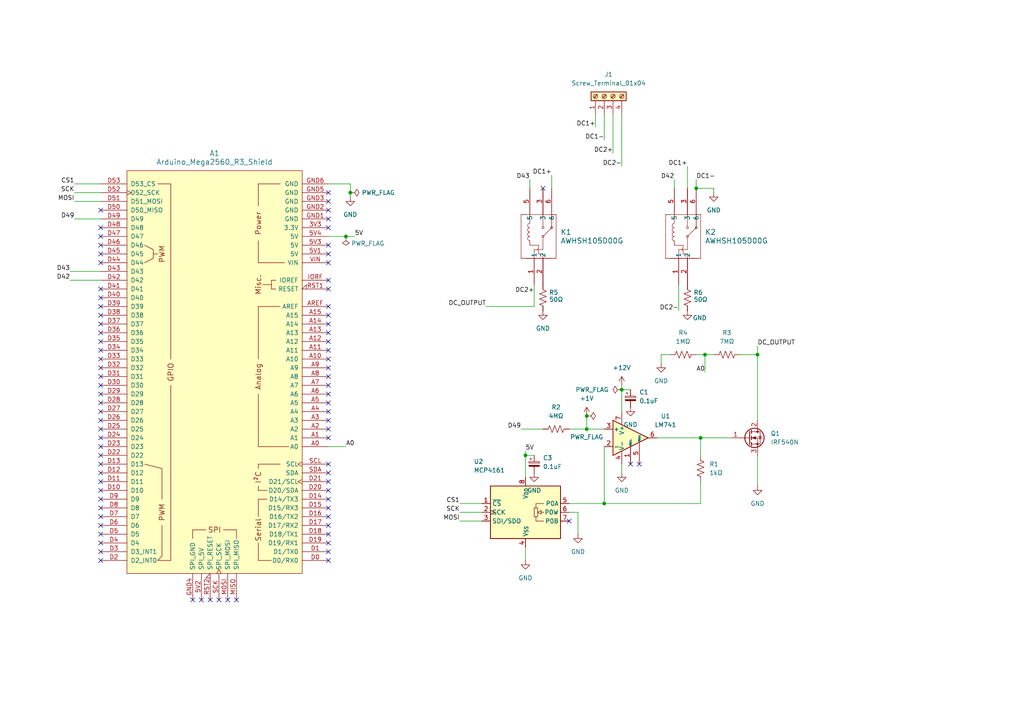
<source format=kicad_sch>
(kicad_sch
	(version 20231120)
	(generator "eeschema")
	(generator_version "8.0")
	(uuid "1096cbe7-ac56-48cb-aadd-3e4addcdbbb7")
	(paper "A4")
	(title_block
		(title "Super Capacitor Bike - Power Circuit")
		(date "2024-06-29")
		(rev "1")
		(company "Andrew Fischer")
	)
	(lib_symbols
		(symbol "2024-06-29_06-24-28:AWHSH105D00G"
			(pin_names
				(offset 0.254)
			)
			(exclude_from_sim no)
			(in_bom yes)
			(on_board yes)
			(property "Reference" "K"
				(at 13.97 7.62 0)
				(effects
					(font
						(size 1.524 1.524)
					)
				)
			)
			(property "Value" "AWHSH105D00G"
				(at 13.97 5.08 0)
				(effects
					(font
						(size 1.524 1.524)
					)
				)
			)
			(property "Footprint" "AWHSH1xxD00G_AMP"
				(at -1.016 7.366 0)
				(effects
					(font
						(size 1.27 1.27)
						(italic yes)
					)
					(hide yes)
				)
			)
			(property "Datasheet" "AWHSH105D00G"
				(at -3.302 15.494 0)
				(effects
					(font
						(size 1.27 1.27)
						(italic yes)
					)
					(hide yes)
				)
			)
			(property "Description" ""
				(at 0 0 0)
				(effects
					(font
						(size 1.27 1.27)
					)
					(hide yes)
				)
			)
			(property "ki_locked" ""
				(at 0 0 0)
				(effects
					(font
						(size 1.27 1.27)
					)
				)
			)
			(property "ki_keywords" "AWHSH105D00G"
				(at 0 0 0)
				(effects
					(font
						(size 1.27 1.27)
					)
					(hide yes)
				)
			)
			(property "ki_fp_filters" "AWHSH1xxD00G_AMP"
				(at 0 0 0)
				(effects
					(font
						(size 1.27 1.27)
					)
					(hide yes)
				)
			)
			(symbol "AWHSH105D00G_0_1"
				(polyline
					(pts
						(xy 7.62 -6.35) (xy 20.32 -6.35)
					)
					(stroke
						(width 0.127)
						(type default)
					)
					(fill
						(type none)
					)
				)
				(polyline
					(pts
						(xy 7.62 -2.54) (xy 8.89 -2.54)
					)
					(stroke
						(width 0.127)
						(type default)
					)
					(fill
						(type none)
					)
				)
				(polyline
					(pts
						(xy 7.62 0) (xy 10.16 0)
					)
					(stroke
						(width 0.127)
						(type default)
					)
					(fill
						(type none)
					)
				)
				(polyline
					(pts
						(xy 7.62 2.54) (xy 7.62 -5.08)
					)
					(stroke
						(width 0.127)
						(type default)
					)
					(fill
						(type none)
					)
				)
				(polyline
					(pts
						(xy 8.89 -2.54) (xy 8.89 -1.27)
					)
					(stroke
						(width 0.127)
						(type default)
					)
					(fill
						(type none)
					)
				)
				(polyline
					(pts
						(xy 8.89 -1.27) (xy 9.8425 -1.27)
					)
					(stroke
						(width 0.127)
						(type default)
					)
					(fill
						(type none)
					)
				)
				(polyline
					(pts
						(xy 10.16 -2.54) (xy 13.6525 -2.54)
					)
					(stroke
						(width 0.127)
						(type default)
					)
					(fill
						(type none)
					)
				)
				(polyline
					(pts
						(xy 10.16 0) (xy 10.16 -2.54)
					)
					(stroke
						(width 0.127)
						(type default)
					)
					(fill
						(type none)
					)
				)
				(polyline
					(pts
						(xy 11.43 -1.27) (xy 10.4775 -1.27)
					)
					(stroke
						(width 0.127)
						(type default)
					)
					(fill
						(type none)
					)
				)
				(polyline
					(pts
						(xy 11.43 -1.27) (xy 11.43 0)
					)
					(stroke
						(width 0.127)
						(type default)
					)
					(fill
						(type none)
					)
				)
				(polyline
					(pts
						(xy 11.43 0) (xy 11.43 1.27)
					)
					(stroke
						(width 0.127)
						(type default)
					)
					(fill
						(type none)
					)
				)
				(polyline
					(pts
						(xy 13.97 -2.54) (xy 16.51 -5.08)
					)
					(stroke
						(width 0.127)
						(type default)
					)
					(fill
						(type none)
					)
				)
				(polyline
					(pts
						(xy 17.78 1.27) (xy 20.32 1.27)
					)
					(stroke
						(width 0.127)
						(type default)
					)
					(fill
						(type none)
					)
				)
				(polyline
					(pts
						(xy 20.32 -5.08) (xy 20.32 2.54)
					)
					(stroke
						(width 0.127)
						(type default)
					)
					(fill
						(type none)
					)
				)
				(polyline
					(pts
						(xy 20.32 -2.54) (xy 16.8275 -2.54)
					)
					(stroke
						(width 0.127)
						(type default)
					)
					(fill
						(type none)
					)
				)
				(polyline
					(pts
						(xy 20.32 3.81) (xy 7.62 3.81)
					)
					(stroke
						(width 0.127)
						(type default)
					)
					(fill
						(type none)
					)
				)
				(arc
					(start 10.4648 -1.27)
					(mid 10.16 -0.9665)
					(end 9.8552 -1.27)
					(stroke
						(width 0.127)
						(type default)
					)
					(fill
						(type none)
					)
				)
				(circle
					(center 13.97 -2.54)
					(radius 0.3048)
					(stroke
						(width 0.127)
						(type default)
					)
					(fill
						(type none)
					)
				)
				(arc
					(start 13.97 1.27)
					(mid 13.335 1.9023)
					(end 12.7 1.27)
					(stroke
						(width 0.127)
						(type default)
					)
					(fill
						(type none)
					)
				)
				(arc
					(start 15.24 1.27)
					(mid 14.605 1.9023)
					(end 13.97 1.27)
					(stroke
						(width 0.127)
						(type default)
					)
					(fill
						(type none)
					)
				)
				(circle
					(center 16.51 -5.08)
					(radius 0.3048)
					(stroke
						(width 0.127)
						(type default)
					)
					(fill
						(type none)
					)
				)
				(circle
					(center 16.51 -2.54)
					(radius 0.3048)
					(stroke
						(width 0.127)
						(type default)
					)
					(fill
						(type none)
					)
				)
				(arc
					(start 16.51 1.27)
					(mid 15.875 1.9023)
					(end 15.24 1.27)
					(stroke
						(width 0.127)
						(type default)
					)
					(fill
						(type none)
					)
				)
				(arc
					(start 17.78 1.27)
					(mid 17.145 1.9023)
					(end 16.51 1.27)
					(stroke
						(width 0.127)
						(type default)
					)
					(fill
						(type none)
					)
				)
			)
			(symbol "AWHSH105D00G_1_1"
				(polyline
					(pts
						(xy 7.62 -6.35) (xy 7.62 3.81)
					)
					(stroke
						(width 0)
						(type default)
					)
					(fill
						(type none)
					)
				)
				(polyline
					(pts
						(xy 11.43 1.27) (xy 12.7 1.27)
					)
					(stroke
						(width 0)
						(type default)
					)
					(fill
						(type none)
					)
				)
				(polyline
					(pts
						(xy 20.32 -5.08) (xy 16.51 -5.08)
					)
					(stroke
						(width 0)
						(type default)
					)
					(fill
						(type none)
					)
				)
				(polyline
					(pts
						(xy 20.32 -5.08) (xy 20.32 -6.35)
					)
					(stroke
						(width 0)
						(type default)
					)
					(fill
						(type none)
					)
				)
				(polyline
					(pts
						(xy 20.32 2.54) (xy 20.32 3.81)
					)
					(stroke
						(width 0)
						(type default)
					)
					(fill
						(type none)
					)
				)
				(polyline
					(pts
						(xy 20.32 3.81) (xy 20.32 3.81)
					)
					(stroke
						(width 0)
						(type default)
					)
					(fill
						(type none)
					)
				)
				(pin bidirectional line
					(at 0 0 0)
					(length 7.62)
					(name "1"
						(effects
							(font
								(size 1.27 1.27)
							)
						)
					)
					(number "1"
						(effects
							(font
								(size 1.27 1.27)
							)
						)
					)
				)
				(pin bidirectional line
					(at 0 -2.54 0)
					(length 7.62)
					(name "2"
						(effects
							(font
								(size 1.27 1.27)
							)
						)
					)
					(number "2"
						(effects
							(font
								(size 1.27 1.27)
							)
						)
					)
				)
				(pin bidirectional line
					(at 27.94 -2.54 180)
					(length 7.62)
					(name "3"
						(effects
							(font
								(size 1.27 1.27)
							)
						)
					)
					(number "3"
						(effects
							(font
								(size 1.27 1.27)
							)
						)
					)
				)
				(pin bidirectional line
					(at 27.94 1.27 180)
					(length 7.62)
					(name "5"
						(effects
							(font
								(size 1.27 1.27)
							)
						)
					)
					(number "5"
						(effects
							(font
								(size 1.27 1.27)
							)
						)
					)
				)
				(pin bidirectional line
					(at 27.94 -5.08 180)
					(length 7.62)
					(name "6"
						(effects
							(font
								(size 1.27 1.27)
							)
						)
					)
					(number "6"
						(effects
							(font
								(size 1.27 1.27)
							)
						)
					)
				)
			)
		)
		(symbol "Amplifier_Operational:LM741"
			(pin_names
				(offset 0.127)
			)
			(exclude_from_sim no)
			(in_bom yes)
			(on_board yes)
			(property "Reference" "U"
				(at 0 6.35 0)
				(effects
					(font
						(size 1.27 1.27)
					)
					(justify left)
				)
			)
			(property "Value" "LM741"
				(at 0 3.81 0)
				(effects
					(font
						(size 1.27 1.27)
					)
					(justify left)
				)
			)
			(property "Footprint" ""
				(at 1.27 1.27 0)
				(effects
					(font
						(size 1.27 1.27)
					)
					(hide yes)
				)
			)
			(property "Datasheet" "http://www.ti.com/lit/ds/symlink/lm741.pdf"
				(at 3.81 3.81 0)
				(effects
					(font
						(size 1.27 1.27)
					)
					(hide yes)
				)
			)
			(property "Description" "Operational Amplifier, DIP-8/TO-99-8"
				(at 0 0 0)
				(effects
					(font
						(size 1.27 1.27)
					)
					(hide yes)
				)
			)
			(property "ki_keywords" "single opamp"
				(at 0 0 0)
				(effects
					(font
						(size 1.27 1.27)
					)
					(hide yes)
				)
			)
			(property "ki_fp_filters" "SOIC*3.9x4.9mm*P1.27mm* DIP*W7.62mm* TSSOP*3x3mm*P0.65mm*"
				(at 0 0 0)
				(effects
					(font
						(size 1.27 1.27)
					)
					(hide yes)
				)
			)
			(symbol "LM741_0_1"
				(polyline
					(pts
						(xy -5.08 5.08) (xy 5.08 0) (xy -5.08 -5.08) (xy -5.08 5.08)
					)
					(stroke
						(width 0.254)
						(type default)
					)
					(fill
						(type background)
					)
				)
			)
			(symbol "LM741_1_1"
				(pin input line
					(at 0 -7.62 90)
					(length 5.08)
					(name "NULL"
						(effects
							(font
								(size 0.508 0.508)
							)
						)
					)
					(number "1"
						(effects
							(font
								(size 1.27 1.27)
							)
						)
					)
				)
				(pin input line
					(at -7.62 -2.54 0)
					(length 2.54)
					(name "-"
						(effects
							(font
								(size 1.27 1.27)
							)
						)
					)
					(number "2"
						(effects
							(font
								(size 1.27 1.27)
							)
						)
					)
				)
				(pin input line
					(at -7.62 2.54 0)
					(length 2.54)
					(name "+"
						(effects
							(font
								(size 1.27 1.27)
							)
						)
					)
					(number "3"
						(effects
							(font
								(size 1.27 1.27)
							)
						)
					)
				)
				(pin power_in line
					(at -2.54 -7.62 90)
					(length 3.81)
					(name "V-"
						(effects
							(font
								(size 1.27 1.27)
							)
						)
					)
					(number "4"
						(effects
							(font
								(size 1.27 1.27)
							)
						)
					)
				)
				(pin input line
					(at 2.54 -7.62 90)
					(length 6.35)
					(name "NULL"
						(effects
							(font
								(size 0.508 0.508)
							)
						)
					)
					(number "5"
						(effects
							(font
								(size 1.27 1.27)
							)
						)
					)
				)
				(pin output line
					(at 7.62 0 180)
					(length 2.54)
					(name "~"
						(effects
							(font
								(size 1.27 1.27)
							)
						)
					)
					(number "6"
						(effects
							(font
								(size 1.27 1.27)
							)
						)
					)
				)
				(pin power_in line
					(at -2.54 7.62 270)
					(length 3.81)
					(name "V+"
						(effects
							(font
								(size 1.27 1.27)
							)
						)
					)
					(number "7"
						(effects
							(font
								(size 1.27 1.27)
							)
						)
					)
				)
				(pin no_connect line
					(at 0 2.54 270)
					(length 2.54) hide
					(name "NC"
						(effects
							(font
								(size 1.27 1.27)
							)
						)
					)
					(number "8"
						(effects
							(font
								(size 1.27 1.27)
							)
						)
					)
				)
			)
		)
		(symbol "Connector:Screw_Terminal_01x04"
			(pin_names
				(offset 1.016) hide)
			(exclude_from_sim no)
			(in_bom yes)
			(on_board yes)
			(property "Reference" "J"
				(at 0 5.08 0)
				(effects
					(font
						(size 1.27 1.27)
					)
				)
			)
			(property "Value" "Screw_Terminal_01x04"
				(at 0 -7.62 0)
				(effects
					(font
						(size 1.27 1.27)
					)
				)
			)
			(property "Footprint" ""
				(at 0 0 0)
				(effects
					(font
						(size 1.27 1.27)
					)
					(hide yes)
				)
			)
			(property "Datasheet" "~"
				(at 0 0 0)
				(effects
					(font
						(size 1.27 1.27)
					)
					(hide yes)
				)
			)
			(property "Description" "Generic screw terminal, single row, 01x04, script generated (kicad-library-utils/schlib/autogen/connector/)"
				(at 0 0 0)
				(effects
					(font
						(size 1.27 1.27)
					)
					(hide yes)
				)
			)
			(property "ki_keywords" "screw terminal"
				(at 0 0 0)
				(effects
					(font
						(size 1.27 1.27)
					)
					(hide yes)
				)
			)
			(property "ki_fp_filters" "TerminalBlock*:*"
				(at 0 0 0)
				(effects
					(font
						(size 1.27 1.27)
					)
					(hide yes)
				)
			)
			(symbol "Screw_Terminal_01x04_1_1"
				(rectangle
					(start -1.27 3.81)
					(end 1.27 -6.35)
					(stroke
						(width 0.254)
						(type default)
					)
					(fill
						(type background)
					)
				)
				(circle
					(center 0 -5.08)
					(radius 0.635)
					(stroke
						(width 0.1524)
						(type default)
					)
					(fill
						(type none)
					)
				)
				(circle
					(center 0 -2.54)
					(radius 0.635)
					(stroke
						(width 0.1524)
						(type default)
					)
					(fill
						(type none)
					)
				)
				(polyline
					(pts
						(xy -0.5334 -4.7498) (xy 0.3302 -5.588)
					)
					(stroke
						(width 0.1524)
						(type default)
					)
					(fill
						(type none)
					)
				)
				(polyline
					(pts
						(xy -0.5334 -2.2098) (xy 0.3302 -3.048)
					)
					(stroke
						(width 0.1524)
						(type default)
					)
					(fill
						(type none)
					)
				)
				(polyline
					(pts
						(xy -0.5334 0.3302) (xy 0.3302 -0.508)
					)
					(stroke
						(width 0.1524)
						(type default)
					)
					(fill
						(type none)
					)
				)
				(polyline
					(pts
						(xy -0.5334 2.8702) (xy 0.3302 2.032)
					)
					(stroke
						(width 0.1524)
						(type default)
					)
					(fill
						(type none)
					)
				)
				(polyline
					(pts
						(xy -0.3556 -4.572) (xy 0.508 -5.4102)
					)
					(stroke
						(width 0.1524)
						(type default)
					)
					(fill
						(type none)
					)
				)
				(polyline
					(pts
						(xy -0.3556 -2.032) (xy 0.508 -2.8702)
					)
					(stroke
						(width 0.1524)
						(type default)
					)
					(fill
						(type none)
					)
				)
				(polyline
					(pts
						(xy -0.3556 0.508) (xy 0.508 -0.3302)
					)
					(stroke
						(width 0.1524)
						(type default)
					)
					(fill
						(type none)
					)
				)
				(polyline
					(pts
						(xy -0.3556 3.048) (xy 0.508 2.2098)
					)
					(stroke
						(width 0.1524)
						(type default)
					)
					(fill
						(type none)
					)
				)
				(circle
					(center 0 0)
					(radius 0.635)
					(stroke
						(width 0.1524)
						(type default)
					)
					(fill
						(type none)
					)
				)
				(circle
					(center 0 2.54)
					(radius 0.635)
					(stroke
						(width 0.1524)
						(type default)
					)
					(fill
						(type none)
					)
				)
				(pin passive line
					(at -5.08 2.54 0)
					(length 3.81)
					(name "Pin_1"
						(effects
							(font
								(size 1.27 1.27)
							)
						)
					)
					(number "1"
						(effects
							(font
								(size 1.27 1.27)
							)
						)
					)
				)
				(pin passive line
					(at -5.08 0 0)
					(length 3.81)
					(name "Pin_2"
						(effects
							(font
								(size 1.27 1.27)
							)
						)
					)
					(number "2"
						(effects
							(font
								(size 1.27 1.27)
							)
						)
					)
				)
				(pin passive line
					(at -5.08 -2.54 0)
					(length 3.81)
					(name "Pin_3"
						(effects
							(font
								(size 1.27 1.27)
							)
						)
					)
					(number "3"
						(effects
							(font
								(size 1.27 1.27)
							)
						)
					)
				)
				(pin passive line
					(at -5.08 -5.08 0)
					(length 3.81)
					(name "Pin_4"
						(effects
							(font
								(size 1.27 1.27)
							)
						)
					)
					(number "4"
						(effects
							(font
								(size 1.27 1.27)
							)
						)
					)
				)
			)
		)
		(symbol "Device:C_Polarized_Small"
			(pin_numbers hide)
			(pin_names
				(offset 0.254) hide)
			(exclude_from_sim no)
			(in_bom yes)
			(on_board yes)
			(property "Reference" "C"
				(at 0.254 1.778 0)
				(effects
					(font
						(size 1.27 1.27)
					)
					(justify left)
				)
			)
			(property "Value" "C_Polarized_Small"
				(at 0.254 -2.032 0)
				(effects
					(font
						(size 1.27 1.27)
					)
					(justify left)
				)
			)
			(property "Footprint" ""
				(at 0 0 0)
				(effects
					(font
						(size 1.27 1.27)
					)
					(hide yes)
				)
			)
			(property "Datasheet" "~"
				(at 0 0 0)
				(effects
					(font
						(size 1.27 1.27)
					)
					(hide yes)
				)
			)
			(property "Description" "Polarized capacitor, small symbol"
				(at 0 0 0)
				(effects
					(font
						(size 1.27 1.27)
					)
					(hide yes)
				)
			)
			(property "ki_keywords" "cap capacitor"
				(at 0 0 0)
				(effects
					(font
						(size 1.27 1.27)
					)
					(hide yes)
				)
			)
			(property "ki_fp_filters" "CP_*"
				(at 0 0 0)
				(effects
					(font
						(size 1.27 1.27)
					)
					(hide yes)
				)
			)
			(symbol "C_Polarized_Small_0_1"
				(rectangle
					(start -1.524 -0.3048)
					(end 1.524 -0.6858)
					(stroke
						(width 0)
						(type default)
					)
					(fill
						(type outline)
					)
				)
				(rectangle
					(start -1.524 0.6858)
					(end 1.524 0.3048)
					(stroke
						(width 0)
						(type default)
					)
					(fill
						(type none)
					)
				)
				(polyline
					(pts
						(xy -1.27 1.524) (xy -0.762 1.524)
					)
					(stroke
						(width 0)
						(type default)
					)
					(fill
						(type none)
					)
				)
				(polyline
					(pts
						(xy -1.016 1.27) (xy -1.016 1.778)
					)
					(stroke
						(width 0)
						(type default)
					)
					(fill
						(type none)
					)
				)
			)
			(symbol "C_Polarized_Small_1_1"
				(pin passive line
					(at 0 2.54 270)
					(length 1.8542)
					(name "~"
						(effects
							(font
								(size 1.27 1.27)
							)
						)
					)
					(number "1"
						(effects
							(font
								(size 1.27 1.27)
							)
						)
					)
				)
				(pin passive line
					(at 0 -2.54 90)
					(length 1.8542)
					(name "~"
						(effects
							(font
								(size 1.27 1.27)
							)
						)
					)
					(number "2"
						(effects
							(font
								(size 1.27 1.27)
							)
						)
					)
				)
			)
		)
		(symbol "Device:R_US"
			(pin_numbers hide)
			(pin_names
				(offset 0)
			)
			(exclude_from_sim no)
			(in_bom yes)
			(on_board yes)
			(property "Reference" "R"
				(at 2.54 0 90)
				(effects
					(font
						(size 1.27 1.27)
					)
				)
			)
			(property "Value" "R_US"
				(at -2.54 0 90)
				(effects
					(font
						(size 1.27 1.27)
					)
				)
			)
			(property "Footprint" ""
				(at 1.016 -0.254 90)
				(effects
					(font
						(size 1.27 1.27)
					)
					(hide yes)
				)
			)
			(property "Datasheet" "~"
				(at 0 0 0)
				(effects
					(font
						(size 1.27 1.27)
					)
					(hide yes)
				)
			)
			(property "Description" "Resistor, US symbol"
				(at 0 0 0)
				(effects
					(font
						(size 1.27 1.27)
					)
					(hide yes)
				)
			)
			(property "ki_keywords" "R res resistor"
				(at 0 0 0)
				(effects
					(font
						(size 1.27 1.27)
					)
					(hide yes)
				)
			)
			(property "ki_fp_filters" "R_*"
				(at 0 0 0)
				(effects
					(font
						(size 1.27 1.27)
					)
					(hide yes)
				)
			)
			(symbol "R_US_0_1"
				(polyline
					(pts
						(xy 0 -2.286) (xy 0 -2.54)
					)
					(stroke
						(width 0)
						(type default)
					)
					(fill
						(type none)
					)
				)
				(polyline
					(pts
						(xy 0 2.286) (xy 0 2.54)
					)
					(stroke
						(width 0)
						(type default)
					)
					(fill
						(type none)
					)
				)
				(polyline
					(pts
						(xy 0 -0.762) (xy 1.016 -1.143) (xy 0 -1.524) (xy -1.016 -1.905) (xy 0 -2.286)
					)
					(stroke
						(width 0)
						(type default)
					)
					(fill
						(type none)
					)
				)
				(polyline
					(pts
						(xy 0 0.762) (xy 1.016 0.381) (xy 0 0) (xy -1.016 -0.381) (xy 0 -0.762)
					)
					(stroke
						(width 0)
						(type default)
					)
					(fill
						(type none)
					)
				)
				(polyline
					(pts
						(xy 0 2.286) (xy 1.016 1.905) (xy 0 1.524) (xy -1.016 1.143) (xy 0 0.762)
					)
					(stroke
						(width 0)
						(type default)
					)
					(fill
						(type none)
					)
				)
			)
			(symbol "R_US_1_1"
				(pin passive line
					(at 0 3.81 270)
					(length 1.27)
					(name "~"
						(effects
							(font
								(size 1.27 1.27)
							)
						)
					)
					(number "1"
						(effects
							(font
								(size 1.27 1.27)
							)
						)
					)
				)
				(pin passive line
					(at 0 -3.81 90)
					(length 1.27)
					(name "~"
						(effects
							(font
								(size 1.27 1.27)
							)
						)
					)
					(number "2"
						(effects
							(font
								(size 1.27 1.27)
							)
						)
					)
				)
			)
		)
		(symbol "Potentiometer_Digital:MCP4161-xxxx-P"
			(exclude_from_sim no)
			(in_bom yes)
			(on_board yes)
			(property "Reference" "U"
				(at 2.54 11.43 0)
				(effects
					(font
						(size 1.27 1.27)
					)
					(justify left)
				)
			)
			(property "Value" "MCP4161-xxxx-P"
				(at 2.54 8.89 0)
				(effects
					(font
						(size 1.27 1.27)
					)
					(justify left)
				)
			)
			(property "Footprint" "Package_DIP:DIP-8_W7.62mm"
				(at 0 -20.32 0)
				(effects
					(font
						(size 1.27 1.27)
					)
					(hide yes)
				)
			)
			(property "Datasheet" "https://ww1.microchip.com/downloads/aemDocuments/documents/OTH/ProductDocuments/DataSheets/22059b.pdf"
				(at 0 -22.86 0)
				(effects
					(font
						(size 1.27 1.27)
					)
					(hide yes)
				)
			)
			(property "Description" "Single Digital Potentiometer, SPI interface, 257 taps, 5/10/50/100 kohm, non-volatile memory"
				(at 0 -25.4 0)
				(effects
					(font
						(size 1.27 1.27)
					)
					(hide yes)
				)
			)
			(property "ki_keywords" "digipot EE 8-bit 8bit"
				(at 0 0 0)
				(effects
					(font
						(size 1.27 1.27)
					)
					(hide yes)
				)
			)
			(property "ki_fp_filters" "DIP?8*W7.62mm*"
				(at 0 0 0)
				(effects
					(font
						(size 1.27 1.27)
					)
					(hide yes)
				)
			)
			(symbol "MCP4161-xxxx-P_0_0"
				(pin input line
					(at -12.7 2.54 0)
					(length 2.54)
					(name "~{CS}"
						(effects
							(font
								(size 1.27 1.27)
							)
						)
					)
					(number "1"
						(effects
							(font
								(size 1.27 1.27)
							)
						)
					)
				)
				(pin input clock
					(at -12.7 0 0)
					(length 2.54)
					(name "SCK"
						(effects
							(font
								(size 1.27 1.27)
							)
						)
					)
					(number "2"
						(effects
							(font
								(size 1.27 1.27)
							)
						)
					)
				)
				(pin bidirectional line
					(at -12.7 -2.54 0)
					(length 2.54)
					(name "SDI/SDO"
						(effects
							(font
								(size 1.27 1.27)
							)
						)
					)
					(number "3"
						(effects
							(font
								(size 1.27 1.27)
							)
						)
					)
				)
				(pin power_in line
					(at 0 -10.16 90)
					(length 2.54)
					(name "V_{SS}"
						(effects
							(font
								(size 1.27 1.27)
							)
						)
					)
					(number "4"
						(effects
							(font
								(size 1.27 1.27)
							)
						)
					)
				)
				(pin passive line
					(at 12.7 2.54 180)
					(length 2.54)
					(name "P0A"
						(effects
							(font
								(size 1.27 1.27)
							)
						)
					)
					(number "5"
						(effects
							(font
								(size 1.27 1.27)
							)
						)
					)
				)
				(pin passive line
					(at 12.7 0 180)
					(length 2.54)
					(name "P0W"
						(effects
							(font
								(size 1.27 1.27)
							)
						)
					)
					(number "6"
						(effects
							(font
								(size 1.27 1.27)
							)
						)
					)
				)
				(pin passive line
					(at 12.7 -2.54 180)
					(length 2.54)
					(name "P0B"
						(effects
							(font
								(size 1.27 1.27)
							)
						)
					)
					(number "7"
						(effects
							(font
								(size 1.27 1.27)
							)
						)
					)
				)
				(pin power_in line
					(at 0 10.16 270)
					(length 2.54)
					(name "V_{DD}"
						(effects
							(font
								(size 1.27 1.27)
							)
						)
					)
					(number "8"
						(effects
							(font
								(size 1.27 1.27)
							)
						)
					)
				)
			)
			(symbol "MCP4161-xxxx-P_0_1"
				(polyline
					(pts
						(xy 4.572 0) (xy 5.334 0)
					)
					(stroke
						(width 0)
						(type default)
					)
					(fill
						(type none)
					)
				)
				(polyline
					(pts
						(xy 3.048 -1.27) (xy 3.048 -2.54) (xy 5.334 -2.54)
					)
					(stroke
						(width 0)
						(type default)
					)
					(fill
						(type none)
					)
				)
				(polyline
					(pts
						(xy 5.334 2.54) (xy 3.048 2.54) (xy 3.048 1.27)
					)
					(stroke
						(width 0)
						(type default)
					)
					(fill
						(type none)
					)
				)
				(polyline
					(pts
						(xy 4.572 0.508) (xy 3.556 0) (xy 4.572 -0.508) (xy 4.572 0.508)
					)
					(stroke
						(width 0)
						(type default)
					)
					(fill
						(type none)
					)
				)
				(rectangle
					(start 2.54 1.27)
					(end 3.556 -1.27)
					(stroke
						(width 0)
						(type default)
					)
					(fill
						(type none)
					)
				)
			)
			(symbol "MCP4161-xxxx-P_1_1"
				(rectangle
					(start -10.16 7.62)
					(end 10.16 -7.62)
					(stroke
						(width 0.254)
						(type default)
					)
					(fill
						(type background)
					)
				)
			)
		)
		(symbol "Transistor_FET:IRF540N"
			(pin_names hide)
			(exclude_from_sim no)
			(in_bom yes)
			(on_board yes)
			(property "Reference" "Q"
				(at 5.08 1.905 0)
				(effects
					(font
						(size 1.27 1.27)
					)
					(justify left)
				)
			)
			(property "Value" "IRF540N"
				(at 5.08 0 0)
				(effects
					(font
						(size 1.27 1.27)
					)
					(justify left)
				)
			)
			(property "Footprint" "Package_TO_SOT_THT:TO-220-3_Vertical"
				(at 5.08 -1.905 0)
				(effects
					(font
						(size 1.27 1.27)
						(italic yes)
					)
					(justify left)
					(hide yes)
				)
			)
			(property "Datasheet" "http://www.irf.com/product-info/datasheets/data/irf540n.pdf"
				(at 5.08 -3.81 0)
				(effects
					(font
						(size 1.27 1.27)
					)
					(justify left)
					(hide yes)
				)
			)
			(property "Description" "33A Id, 100V Vds, HEXFET N-Channel MOSFET, TO-220"
				(at 0 0 0)
				(effects
					(font
						(size 1.27 1.27)
					)
					(hide yes)
				)
			)
			(property "ki_keywords" "HEXFET N-Channel MOSFET"
				(at 0 0 0)
				(effects
					(font
						(size 1.27 1.27)
					)
					(hide yes)
				)
			)
			(property "ki_fp_filters" "TO?220*"
				(at 0 0 0)
				(effects
					(font
						(size 1.27 1.27)
					)
					(hide yes)
				)
			)
			(symbol "IRF540N_0_1"
				(polyline
					(pts
						(xy 0.254 0) (xy -2.54 0)
					)
					(stroke
						(width 0)
						(type default)
					)
					(fill
						(type none)
					)
				)
				(polyline
					(pts
						(xy 0.254 1.905) (xy 0.254 -1.905)
					)
					(stroke
						(width 0.254)
						(type default)
					)
					(fill
						(type none)
					)
				)
				(polyline
					(pts
						(xy 0.762 -1.27) (xy 0.762 -2.286)
					)
					(stroke
						(width 0.254)
						(type default)
					)
					(fill
						(type none)
					)
				)
				(polyline
					(pts
						(xy 0.762 0.508) (xy 0.762 -0.508)
					)
					(stroke
						(width 0.254)
						(type default)
					)
					(fill
						(type none)
					)
				)
				(polyline
					(pts
						(xy 0.762 2.286) (xy 0.762 1.27)
					)
					(stroke
						(width 0.254)
						(type default)
					)
					(fill
						(type none)
					)
				)
				(polyline
					(pts
						(xy 2.54 2.54) (xy 2.54 1.778)
					)
					(stroke
						(width 0)
						(type default)
					)
					(fill
						(type none)
					)
				)
				(polyline
					(pts
						(xy 2.54 -2.54) (xy 2.54 0) (xy 0.762 0)
					)
					(stroke
						(width 0)
						(type default)
					)
					(fill
						(type none)
					)
				)
				(polyline
					(pts
						(xy 0.762 -1.778) (xy 3.302 -1.778) (xy 3.302 1.778) (xy 0.762 1.778)
					)
					(stroke
						(width 0)
						(type default)
					)
					(fill
						(type none)
					)
				)
				(polyline
					(pts
						(xy 1.016 0) (xy 2.032 0.381) (xy 2.032 -0.381) (xy 1.016 0)
					)
					(stroke
						(width 0)
						(type default)
					)
					(fill
						(type outline)
					)
				)
				(polyline
					(pts
						(xy 2.794 0.508) (xy 2.921 0.381) (xy 3.683 0.381) (xy 3.81 0.254)
					)
					(stroke
						(width 0)
						(type default)
					)
					(fill
						(type none)
					)
				)
				(polyline
					(pts
						(xy 3.302 0.381) (xy 2.921 -0.254) (xy 3.683 -0.254) (xy 3.302 0.381)
					)
					(stroke
						(width 0)
						(type default)
					)
					(fill
						(type none)
					)
				)
				(circle
					(center 1.651 0)
					(radius 2.794)
					(stroke
						(width 0.254)
						(type default)
					)
					(fill
						(type none)
					)
				)
				(circle
					(center 2.54 -1.778)
					(radius 0.254)
					(stroke
						(width 0)
						(type default)
					)
					(fill
						(type outline)
					)
				)
				(circle
					(center 2.54 1.778)
					(radius 0.254)
					(stroke
						(width 0)
						(type default)
					)
					(fill
						(type outline)
					)
				)
			)
			(symbol "IRF540N_1_1"
				(pin input line
					(at -5.08 0 0)
					(length 2.54)
					(name "G"
						(effects
							(font
								(size 1.27 1.27)
							)
						)
					)
					(number "1"
						(effects
							(font
								(size 1.27 1.27)
							)
						)
					)
				)
				(pin passive line
					(at 2.54 5.08 270)
					(length 2.54)
					(name "D"
						(effects
							(font
								(size 1.27 1.27)
							)
						)
					)
					(number "2"
						(effects
							(font
								(size 1.27 1.27)
							)
						)
					)
				)
				(pin passive line
					(at 2.54 -5.08 90)
					(length 2.54)
					(name "S"
						(effects
							(font
								(size 1.27 1.27)
							)
						)
					)
					(number "3"
						(effects
							(font
								(size 1.27 1.27)
							)
						)
					)
				)
			)
		)
		(symbol "arduino-library:Arduino_Mega2560_R3_Shield"
			(pin_names
				(offset 1.016)
			)
			(exclude_from_sim no)
			(in_bom yes)
			(on_board yes)
			(property "Reference" "A"
				(at 0 -62.23 0)
				(effects
					(font
						(size 1.524 1.524)
					)
				)
			)
			(property "Value" "Arduino_Mega2560_R3_Shield"
				(at 0 -66.04 0)
				(effects
					(font
						(size 1.524 1.524)
					)
				)
			)
			(property "Footprint" "PCM_arduino-library:Arduino_Mega2560_R3_Shield"
				(at 0 -73.66 0)
				(effects
					(font
						(size 1.524 1.524)
					)
					(hide yes)
				)
			)
			(property "Datasheet" "https://docs.arduino.cc/hardware/mega-2560"
				(at 0 -69.85 0)
				(effects
					(font
						(size 1.524 1.524)
					)
					(hide yes)
				)
			)
			(property "Description" "Shield for Arduino Mega 2560 R3"
				(at 0 0 0)
				(effects
					(font
						(size 1.27 1.27)
					)
					(hide yes)
				)
			)
			(property "ki_keywords" "Arduino MPU Shield"
				(at 0 0 0)
				(effects
					(font
						(size 1.27 1.27)
					)
					(hide yes)
				)
			)
			(property "ki_fp_filters" "Arduino_Mega2560_R3_Shield"
				(at 0 0 0)
				(effects
					(font
						(size 1.27 1.27)
					)
					(hide yes)
				)
			)
			(symbol "Arduino_Mega2560_R3_Shield_0_0"
				(rectangle
					(start -25.4 -58.42)
					(end 25.4 58.42)
					(stroke
						(width 0)
						(type default)
					)
					(fill
						(type background)
					)
				)
				(rectangle
					(start -20.32 -31.75)
					(end -12.7 -31.75)
					(stroke
						(width 0)
						(type default)
					)
					(fill
						(type none)
					)
				)
				(rectangle
					(start -19.05 -54.61)
					(end -12.7 -54.61)
					(stroke
						(width 0)
						(type default)
					)
					(fill
						(type none)
					)
				)
				(rectangle
					(start -19.05 -19.05)
					(end -12.7 -19.05)
					(stroke
						(width 0)
						(type default)
					)
					(fill
						(type none)
					)
				)
				(rectangle
					(start -19.05 26.67)
					(end -12.7 26.67)
					(stroke
						(width 0)
						(type default)
					)
					(fill
						(type none)
					)
				)
				(rectangle
					(start -17.78 -26.67)
					(end -16.51 -26.67)
					(stroke
						(width 0)
						(type default)
					)
					(fill
						(type none)
					)
				)
				(rectangle
					(start -17.78 -24.13)
					(end -16.51 -24.13)
					(stroke
						(width 0)
						(type default)
					)
					(fill
						(type none)
					)
				)
				(rectangle
					(start -16.51 -25.4)
					(end -13.97 -25.4)
					(stroke
						(width 0)
						(type default)
					)
					(fill
						(type none)
					)
				)
				(rectangle
					(start -16.51 -24.13)
					(end -16.51 -26.67)
					(stroke
						(width 0)
						(type default)
					)
					(fill
						(type none)
					)
				)
				(rectangle
					(start -16.51 54.61)
					(end -12.7 54.61)
					(stroke
						(width 0)
						(type default)
					)
					(fill
						(type none)
					)
				)
				(rectangle
					(start -15.24 34.29)
					(end -12.7 34.29)
					(stroke
						(width 0)
						(type default)
					)
					(fill
						(type none)
					)
				)
				(rectangle
					(start -15.24 36.83)
					(end -12.7 36.83)
					(stroke
						(width 0)
						(type default)
					)
					(fill
						(type none)
					)
				)
				(rectangle
					(start -12.7 -54.61)
					(end -12.7 -48.26)
					(stroke
						(width 0)
						(type default)
					)
					(fill
						(type none)
					)
				)
				(rectangle
					(start -12.7 -31.75)
					(end -12.7 -38.1)
					(stroke
						(width 0)
						(type default)
					)
					(fill
						(type none)
					)
				)
				(rectangle
					(start -12.7 26.67)
					(end -12.7 27.94)
					(stroke
						(width 0)
						(type default)
					)
					(fill
						(type none)
					)
				)
				(rectangle
					(start -12.7 34.29)
					(end -12.7 33.02)
					(stroke
						(width 0)
						(type default)
					)
					(fill
						(type none)
					)
				)
				(rectangle
					(start -12.7 41.91)
					(end -12.7 36.83)
					(stroke
						(width 0)
						(type default)
					)
					(fill
						(type none)
					)
				)
				(rectangle
					(start -12.7 49.53)
					(end -12.7 54.61)
					(stroke
						(width 0)
						(type default)
					)
					(fill
						(type none)
					)
				)
				(rectangle
					(start -6.35 48.26)
					(end -6.35 45.72)
					(stroke
						(width 0)
						(type default)
					)
					(fill
						(type none)
					)
				)
				(rectangle
					(start -2.54 45.72)
					(end -6.35 45.72)
					(stroke
						(width 0)
						(type default)
					)
					(fill
						(type none)
					)
				)
				(polyline
					(pts
						(xy -21.59 21.59) (xy -12.7 21.59)
					)
					(stroke
						(width 0)
						(type default)
					)
					(fill
						(type none)
					)
				)
				(polyline
					(pts
						(xy -12.7 -19.05) (xy -12.7 -3.81)
					)
					(stroke
						(width 0)
						(type default)
					)
					(fill
						(type none)
					)
				)
				(polyline
					(pts
						(xy -12.7 6.35) (xy -12.7 21.59)
					)
					(stroke
						(width 0)
						(type default)
					)
					(fill
						(type none)
					)
				)
				(polyline
					(pts
						(xy 12.7 -54.61) (xy 16.51 -54.61)
					)
					(stroke
						(width 0)
						(type default)
					)
					(fill
						(type none)
					)
				)
				(polyline
					(pts
						(xy 12.7 54.61) (xy 16.51 54.61)
					)
					(stroke
						(width 0)
						(type default)
					)
					(fill
						(type none)
					)
				)
				(polyline
					(pts
						(xy 17.78 -34.29) (xy 16.51 -34.29)
					)
					(stroke
						(width 0)
						(type default)
					)
					(fill
						(type none)
					)
				)
				(polyline
					(pts
						(xy 15.24 36.83) (xy 15.24 27.94) (xy 20.32 26.67)
					)
					(stroke
						(width 0)
						(type default)
					)
					(fill
						(type none)
					)
				)
				(polyline
					(pts
						(xy 15.24 44.45) (xy 15.24 53.34) (xy 16.51 54.61)
					)
					(stroke
						(width 0)
						(type default)
					)
					(fill
						(type none)
					)
				)
				(polyline
					(pts
						(xy 20.32 -31.75) (xy 17.78 -33.02) (xy 17.78 -35.56) (xy 20.32 -36.83)
					)
					(stroke
						(width 0)
						(type default)
					)
					(fill
						(type none)
					)
				)
				(rectangle
					(start 6.35 45.72)
					(end 2.54 45.72)
					(stroke
						(width 0)
						(type default)
					)
					(fill
						(type none)
					)
				)
				(rectangle
					(start 6.35 48.26)
					(end 6.35 45.72)
					(stroke
						(width 0)
						(type default)
					)
					(fill
						(type none)
					)
				)
				(text "Analog"
					(at -12.7 1.27 900)
					(effects
						(font
							(size 1.524 1.524)
						)
					)
				)
				(text "I²C"
					(at -12.7 30.48 900)
					(effects
						(font
							(size 1.524 1.524)
						)
					)
				)
				(text "Misc."
					(at -12.7 -25.4 900)
					(effects
						(font
							(size 1.524 1.524)
						)
					)
				)
				(text "Power"
					(at -12.7 -43.18 900)
					(effects
						(font
							(size 1.524 1.524)
						)
					)
				)
				(text "PWM"
					(at 15.24 -34.29 900)
					(effects
						(font
							(size 1.524 1.524)
						)
					)
				)
				(text "PWM"
					(at 15.24 40.64 900)
					(effects
						(font
							(size 1.524 1.524)
						)
					)
				)
				(text "Serial"
					(at -12.7 45.72 900)
					(effects
						(font
							(size 1.524 1.524)
						)
					)
				)
				(text "SPI"
					(at 0 45.72 0)
					(effects
						(font
							(size 1.524 1.524)
						)
					)
				)
			)
			(symbol "Arduino_Mega2560_R3_Shield_1_0"
				(rectangle
					(start 12.7 -54.61)
					(end 12.7 -3.81)
					(stroke
						(width 0)
						(type default)
					)
					(fill
						(type none)
					)
				)
				(rectangle
					(start 12.7 54.61)
					(end 12.7 3.81)
					(stroke
						(width 0)
						(type default)
					)
					(fill
						(type none)
					)
				)
				(text "GPIO"
					(at 12.7 0 900)
					(effects
						(font
							(size 1.524 1.524)
						)
					)
				)
			)
			(symbol "Arduino_Mega2560_R3_Shield_1_1"
				(pin power_out line
					(at -33.02 -41.91 0)
					(length 7.62)
					(name "3.3V"
						(effects
							(font
								(size 1.27 1.27)
							)
						)
					)
					(number "3V3"
						(effects
							(font
								(size 1.27 1.27)
							)
						)
					)
				)
				(pin power_in line
					(at -33.02 -34.29 0)
					(length 7.62)
					(name "5V"
						(effects
							(font
								(size 1.27 1.27)
							)
						)
					)
					(number "5V1"
						(effects
							(font
								(size 1.27 1.27)
							)
						)
					)
				)
				(pin power_in line
					(at 3.81 66.04 270)
					(length 7.62)
					(name "SPI_5V"
						(effects
							(font
								(size 1.27 1.27)
							)
						)
					)
					(number "5V2"
						(effects
							(font
								(size 1.27 1.27)
							)
						)
					)
				)
				(pin power_in line
					(at -33.02 -36.83 0)
					(length 7.62)
					(name "5V"
						(effects
							(font
								(size 1.27 1.27)
							)
						)
					)
					(number "5V3"
						(effects
							(font
								(size 1.27 1.27)
							)
						)
					)
				)
				(pin power_in line
					(at -33.02 -39.37 0)
					(length 7.62)
					(name "5V"
						(effects
							(font
								(size 1.27 1.27)
							)
						)
					)
					(number "5V4"
						(effects
							(font
								(size 1.27 1.27)
							)
						)
					)
				)
				(pin bidirectional line
					(at -33.02 21.59 0)
					(length 7.62)
					(name "A0"
						(effects
							(font
								(size 1.27 1.27)
							)
						)
					)
					(number "A0"
						(effects
							(font
								(size 1.27 1.27)
							)
						)
					)
				)
				(pin bidirectional line
					(at -33.02 19.05 0)
					(length 7.62)
					(name "A1"
						(effects
							(font
								(size 1.27 1.27)
							)
						)
					)
					(number "A1"
						(effects
							(font
								(size 1.27 1.27)
							)
						)
					)
				)
				(pin bidirectional line
					(at -33.02 -3.81 0)
					(length 7.62)
					(name "A10"
						(effects
							(font
								(size 1.27 1.27)
							)
						)
					)
					(number "A10"
						(effects
							(font
								(size 1.27 1.27)
							)
						)
					)
				)
				(pin bidirectional line
					(at -33.02 -6.35 0)
					(length 7.62)
					(name "A11"
						(effects
							(font
								(size 1.27 1.27)
							)
						)
					)
					(number "A11"
						(effects
							(font
								(size 1.27 1.27)
							)
						)
					)
				)
				(pin bidirectional line
					(at -33.02 -8.89 0)
					(length 7.62)
					(name "A12"
						(effects
							(font
								(size 1.27 1.27)
							)
						)
					)
					(number "A12"
						(effects
							(font
								(size 1.27 1.27)
							)
						)
					)
				)
				(pin bidirectional line
					(at -33.02 -11.43 0)
					(length 7.62)
					(name "A13"
						(effects
							(font
								(size 1.27 1.27)
							)
						)
					)
					(number "A13"
						(effects
							(font
								(size 1.27 1.27)
							)
						)
					)
				)
				(pin bidirectional line
					(at -33.02 -13.97 0)
					(length 7.62)
					(name "A14"
						(effects
							(font
								(size 1.27 1.27)
							)
						)
					)
					(number "A14"
						(effects
							(font
								(size 1.27 1.27)
							)
						)
					)
				)
				(pin bidirectional line
					(at -33.02 -16.51 0)
					(length 7.62)
					(name "A15"
						(effects
							(font
								(size 1.27 1.27)
							)
						)
					)
					(number "A15"
						(effects
							(font
								(size 1.27 1.27)
							)
						)
					)
				)
				(pin bidirectional line
					(at -33.02 16.51 0)
					(length 7.62)
					(name "A2"
						(effects
							(font
								(size 1.27 1.27)
							)
						)
					)
					(number "A2"
						(effects
							(font
								(size 1.27 1.27)
							)
						)
					)
				)
				(pin bidirectional line
					(at -33.02 13.97 0)
					(length 7.62)
					(name "A3"
						(effects
							(font
								(size 1.27 1.27)
							)
						)
					)
					(number "A3"
						(effects
							(font
								(size 1.27 1.27)
							)
						)
					)
				)
				(pin bidirectional line
					(at -33.02 11.43 0)
					(length 7.62)
					(name "A4"
						(effects
							(font
								(size 1.27 1.27)
							)
						)
					)
					(number "A4"
						(effects
							(font
								(size 1.27 1.27)
							)
						)
					)
				)
				(pin bidirectional line
					(at -33.02 8.89 0)
					(length 7.62)
					(name "A5"
						(effects
							(font
								(size 1.27 1.27)
							)
						)
					)
					(number "A5"
						(effects
							(font
								(size 1.27 1.27)
							)
						)
					)
				)
				(pin bidirectional line
					(at -33.02 6.35 0)
					(length 7.62)
					(name "A6"
						(effects
							(font
								(size 1.27 1.27)
							)
						)
					)
					(number "A6"
						(effects
							(font
								(size 1.27 1.27)
							)
						)
					)
				)
				(pin bidirectional line
					(at -33.02 3.81 0)
					(length 7.62)
					(name "A7"
						(effects
							(font
								(size 1.27 1.27)
							)
						)
					)
					(number "A7"
						(effects
							(font
								(size 1.27 1.27)
							)
						)
					)
				)
				(pin bidirectional line
					(at -33.02 1.27 0)
					(length 7.62)
					(name "A8"
						(effects
							(font
								(size 1.27 1.27)
							)
						)
					)
					(number "A8"
						(effects
							(font
								(size 1.27 1.27)
							)
						)
					)
				)
				(pin bidirectional line
					(at -33.02 -1.27 0)
					(length 7.62)
					(name "A9"
						(effects
							(font
								(size 1.27 1.27)
							)
						)
					)
					(number "A9"
						(effects
							(font
								(size 1.27 1.27)
							)
						)
					)
				)
				(pin input line
					(at -33.02 -19.05 0)
					(length 7.62)
					(name "AREF"
						(effects
							(font
								(size 1.27 1.27)
							)
						)
					)
					(number "AREF"
						(effects
							(font
								(size 1.27 1.27)
							)
						)
					)
				)
				(pin bidirectional line
					(at -33.02 54.61 0)
					(length 7.62)
					(name "D0/RX0"
						(effects
							(font
								(size 1.27 1.27)
							)
						)
					)
					(number "D0"
						(effects
							(font
								(size 1.27 1.27)
							)
						)
					)
				)
				(pin bidirectional line
					(at -33.02 52.07 0)
					(length 7.62)
					(name "D1/TX0"
						(effects
							(font
								(size 1.27 1.27)
							)
						)
					)
					(number "D1"
						(effects
							(font
								(size 1.27 1.27)
							)
						)
					)
				)
				(pin bidirectional line
					(at 33.02 34.29 180)
					(length 7.62)
					(name "D10"
						(effects
							(font
								(size 1.27 1.27)
							)
						)
					)
					(number "D10"
						(effects
							(font
								(size 1.27 1.27)
							)
						)
					)
				)
				(pin bidirectional line
					(at 33.02 31.75 180)
					(length 7.62)
					(name "D11"
						(effects
							(font
								(size 1.27 1.27)
							)
						)
					)
					(number "D11"
						(effects
							(font
								(size 1.27 1.27)
							)
						)
					)
				)
				(pin bidirectional line
					(at 33.02 29.21 180)
					(length 7.62)
					(name "D12"
						(effects
							(font
								(size 1.27 1.27)
							)
						)
					)
					(number "D12"
						(effects
							(font
								(size 1.27 1.27)
							)
						)
					)
				)
				(pin bidirectional line
					(at 33.02 26.67 180)
					(length 7.62)
					(name "D13"
						(effects
							(font
								(size 1.27 1.27)
							)
						)
					)
					(number "D13"
						(effects
							(font
								(size 1.27 1.27)
							)
						)
					)
				)
				(pin bidirectional line
					(at -33.02 36.83 0)
					(length 7.62)
					(name "D14/TX3"
						(effects
							(font
								(size 1.27 1.27)
							)
						)
					)
					(number "D14"
						(effects
							(font
								(size 1.27 1.27)
							)
						)
					)
				)
				(pin bidirectional line
					(at -33.02 39.37 0)
					(length 7.62)
					(name "D15/RX3"
						(effects
							(font
								(size 1.27 1.27)
							)
						)
					)
					(number "D15"
						(effects
							(font
								(size 1.27 1.27)
							)
						)
					)
				)
				(pin bidirectional line
					(at -33.02 41.91 0)
					(length 7.62)
					(name "D16/TX2"
						(effects
							(font
								(size 1.27 1.27)
							)
						)
					)
					(number "D16"
						(effects
							(font
								(size 1.27 1.27)
							)
						)
					)
				)
				(pin bidirectional line
					(at -33.02 44.45 0)
					(length 7.62)
					(name "D17/RX2"
						(effects
							(font
								(size 1.27 1.27)
							)
						)
					)
					(number "D17"
						(effects
							(font
								(size 1.27 1.27)
							)
						)
					)
				)
				(pin bidirectional line
					(at -33.02 46.99 0)
					(length 7.62)
					(name "D18/TX1"
						(effects
							(font
								(size 1.27 1.27)
							)
						)
					)
					(number "D18"
						(effects
							(font
								(size 1.27 1.27)
							)
						)
					)
				)
				(pin bidirectional line
					(at -33.02 49.53 0)
					(length 7.62)
					(name "D19/RX1"
						(effects
							(font
								(size 1.27 1.27)
							)
						)
					)
					(number "D19"
						(effects
							(font
								(size 1.27 1.27)
							)
						)
					)
				)
				(pin bidirectional line
					(at 33.02 54.61 180)
					(length 7.62)
					(name "D2_INT0"
						(effects
							(font
								(size 1.27 1.27)
							)
						)
					)
					(number "D2"
						(effects
							(font
								(size 1.27 1.27)
							)
						)
					)
				)
				(pin bidirectional line
					(at -33.02 34.29 0)
					(length 7.62)
					(name "D20/SDA"
						(effects
							(font
								(size 1.27 1.27)
							)
						)
					)
					(number "D20"
						(effects
							(font
								(size 1.27 1.27)
							)
						)
					)
				)
				(pin bidirectional clock
					(at -33.02 31.75 0)
					(length 7.62)
					(name "D21/SCL"
						(effects
							(font
								(size 1.27 1.27)
							)
						)
					)
					(number "D21"
						(effects
							(font
								(size 1.27 1.27)
							)
						)
					)
				)
				(pin bidirectional line
					(at 33.02 24.13 180)
					(length 7.62)
					(name "D22"
						(effects
							(font
								(size 1.27 1.27)
							)
						)
					)
					(number "D22"
						(effects
							(font
								(size 1.27 1.27)
							)
						)
					)
				)
				(pin bidirectional line
					(at 33.02 21.59 180)
					(length 7.62)
					(name "D23"
						(effects
							(font
								(size 1.27 1.27)
							)
						)
					)
					(number "D23"
						(effects
							(font
								(size 1.27 1.27)
							)
						)
					)
				)
				(pin bidirectional line
					(at 33.02 19.05 180)
					(length 7.62)
					(name "D24"
						(effects
							(font
								(size 1.27 1.27)
							)
						)
					)
					(number "D24"
						(effects
							(font
								(size 1.27 1.27)
							)
						)
					)
				)
				(pin bidirectional line
					(at 33.02 16.51 180)
					(length 7.62)
					(name "D25"
						(effects
							(font
								(size 1.27 1.27)
							)
						)
					)
					(number "D25"
						(effects
							(font
								(size 1.27 1.27)
							)
						)
					)
				)
				(pin bidirectional line
					(at 33.02 13.97 180)
					(length 7.62)
					(name "D26"
						(effects
							(font
								(size 1.27 1.27)
							)
						)
					)
					(number "D26"
						(effects
							(font
								(size 1.27 1.27)
							)
						)
					)
				)
				(pin bidirectional line
					(at 33.02 11.43 180)
					(length 7.62)
					(name "D27"
						(effects
							(font
								(size 1.27 1.27)
							)
						)
					)
					(number "D27"
						(effects
							(font
								(size 1.27 1.27)
							)
						)
					)
				)
				(pin bidirectional line
					(at 33.02 8.89 180)
					(length 7.62)
					(name "D28"
						(effects
							(font
								(size 1.27 1.27)
							)
						)
					)
					(number "D28"
						(effects
							(font
								(size 1.27 1.27)
							)
						)
					)
				)
				(pin bidirectional line
					(at 33.02 6.35 180)
					(length 7.62)
					(name "D29"
						(effects
							(font
								(size 1.27 1.27)
							)
						)
					)
					(number "D29"
						(effects
							(font
								(size 1.27 1.27)
							)
						)
					)
				)
				(pin bidirectional line
					(at 33.02 52.07 180)
					(length 7.62)
					(name "D3_INT1"
						(effects
							(font
								(size 1.27 1.27)
							)
						)
					)
					(number "D3"
						(effects
							(font
								(size 1.27 1.27)
							)
						)
					)
				)
				(pin bidirectional line
					(at 33.02 3.81 180)
					(length 7.62)
					(name "D30"
						(effects
							(font
								(size 1.27 1.27)
							)
						)
					)
					(number "D30"
						(effects
							(font
								(size 1.27 1.27)
							)
						)
					)
				)
				(pin bidirectional line
					(at 33.02 1.27 180)
					(length 7.62)
					(name "D31"
						(effects
							(font
								(size 1.27 1.27)
							)
						)
					)
					(number "D31"
						(effects
							(font
								(size 1.27 1.27)
							)
						)
					)
				)
				(pin bidirectional line
					(at 33.02 -1.27 180)
					(length 7.62)
					(name "D32"
						(effects
							(font
								(size 1.27 1.27)
							)
						)
					)
					(number "D32"
						(effects
							(font
								(size 1.27 1.27)
							)
						)
					)
				)
				(pin bidirectional line
					(at 33.02 -3.81 180)
					(length 7.62)
					(name "D33"
						(effects
							(font
								(size 1.27 1.27)
							)
						)
					)
					(number "D33"
						(effects
							(font
								(size 1.27 1.27)
							)
						)
					)
				)
				(pin bidirectional line
					(at 33.02 -6.35 180)
					(length 7.62)
					(name "D34"
						(effects
							(font
								(size 1.27 1.27)
							)
						)
					)
					(number "D34"
						(effects
							(font
								(size 1.27 1.27)
							)
						)
					)
				)
				(pin bidirectional line
					(at 33.02 -8.89 180)
					(length 7.62)
					(name "D35"
						(effects
							(font
								(size 1.27 1.27)
							)
						)
					)
					(number "D35"
						(effects
							(font
								(size 1.27 1.27)
							)
						)
					)
				)
				(pin bidirectional line
					(at 33.02 -11.43 180)
					(length 7.62)
					(name "D36"
						(effects
							(font
								(size 1.27 1.27)
							)
						)
					)
					(number "D36"
						(effects
							(font
								(size 1.27 1.27)
							)
						)
					)
				)
				(pin bidirectional line
					(at 33.02 -13.97 180)
					(length 7.62)
					(name "D37"
						(effects
							(font
								(size 1.27 1.27)
							)
						)
					)
					(number "D37"
						(effects
							(font
								(size 1.27 1.27)
							)
						)
					)
				)
				(pin bidirectional line
					(at 33.02 -16.51 180)
					(length 7.62)
					(name "D38"
						(effects
							(font
								(size 1.27 1.27)
							)
						)
					)
					(number "D38"
						(effects
							(font
								(size 1.27 1.27)
							)
						)
					)
				)
				(pin bidirectional line
					(at 33.02 -19.05 180)
					(length 7.62)
					(name "D39"
						(effects
							(font
								(size 1.27 1.27)
							)
						)
					)
					(number "D39"
						(effects
							(font
								(size 1.27 1.27)
							)
						)
					)
				)
				(pin bidirectional line
					(at 33.02 49.53 180)
					(length 7.62)
					(name "D4"
						(effects
							(font
								(size 1.27 1.27)
							)
						)
					)
					(number "D4"
						(effects
							(font
								(size 1.27 1.27)
							)
						)
					)
				)
				(pin bidirectional line
					(at 33.02 -21.59 180)
					(length 7.62)
					(name "D40"
						(effects
							(font
								(size 1.27 1.27)
							)
						)
					)
					(number "D40"
						(effects
							(font
								(size 1.27 1.27)
							)
						)
					)
				)
				(pin bidirectional line
					(at 33.02 -24.13 180)
					(length 7.62)
					(name "D41"
						(effects
							(font
								(size 1.27 1.27)
							)
						)
					)
					(number "D41"
						(effects
							(font
								(size 1.27 1.27)
							)
						)
					)
				)
				(pin bidirectional line
					(at 33.02 -26.67 180)
					(length 7.62)
					(name "D42"
						(effects
							(font
								(size 1.27 1.27)
							)
						)
					)
					(number "D42"
						(effects
							(font
								(size 1.27 1.27)
							)
						)
					)
				)
				(pin bidirectional line
					(at 33.02 -29.21 180)
					(length 7.62)
					(name "D43"
						(effects
							(font
								(size 1.27 1.27)
							)
						)
					)
					(number "D43"
						(effects
							(font
								(size 1.27 1.27)
							)
						)
					)
				)
				(pin bidirectional line
					(at 33.02 -31.75 180)
					(length 7.62)
					(name "D44"
						(effects
							(font
								(size 1.27 1.27)
							)
						)
					)
					(number "D44"
						(effects
							(font
								(size 1.27 1.27)
							)
						)
					)
				)
				(pin bidirectional line
					(at 33.02 -34.29 180)
					(length 7.62)
					(name "D45"
						(effects
							(font
								(size 1.27 1.27)
							)
						)
					)
					(number "D45"
						(effects
							(font
								(size 1.27 1.27)
							)
						)
					)
				)
				(pin bidirectional line
					(at 33.02 -36.83 180)
					(length 7.62)
					(name "D46"
						(effects
							(font
								(size 1.27 1.27)
							)
						)
					)
					(number "D46"
						(effects
							(font
								(size 1.27 1.27)
							)
						)
					)
				)
				(pin bidirectional line
					(at 33.02 -39.37 180)
					(length 7.62)
					(name "D47"
						(effects
							(font
								(size 1.27 1.27)
							)
						)
					)
					(number "D47"
						(effects
							(font
								(size 1.27 1.27)
							)
						)
					)
				)
				(pin bidirectional line
					(at 33.02 -41.91 180)
					(length 7.62)
					(name "D48"
						(effects
							(font
								(size 1.27 1.27)
							)
						)
					)
					(number "D48"
						(effects
							(font
								(size 1.27 1.27)
							)
						)
					)
				)
				(pin bidirectional line
					(at 33.02 -44.45 180)
					(length 7.62)
					(name "D49"
						(effects
							(font
								(size 1.27 1.27)
							)
						)
					)
					(number "D49"
						(effects
							(font
								(size 1.27 1.27)
							)
						)
					)
				)
				(pin bidirectional line
					(at 33.02 46.99 180)
					(length 7.62)
					(name "D5"
						(effects
							(font
								(size 1.27 1.27)
							)
						)
					)
					(number "D5"
						(effects
							(font
								(size 1.27 1.27)
							)
						)
					)
				)
				(pin bidirectional line
					(at 33.02 -46.99 180)
					(length 7.62)
					(name "D50_MISO"
						(effects
							(font
								(size 1.27 1.27)
							)
						)
					)
					(number "D50"
						(effects
							(font
								(size 1.27 1.27)
							)
						)
					)
				)
				(pin bidirectional line
					(at 33.02 -49.53 180)
					(length 7.62)
					(name "D51_MOSI"
						(effects
							(font
								(size 1.27 1.27)
							)
						)
					)
					(number "D51"
						(effects
							(font
								(size 1.27 1.27)
							)
						)
					)
				)
				(pin bidirectional clock
					(at 33.02 -52.07 180)
					(length 7.62)
					(name "D52_SCK"
						(effects
							(font
								(size 1.27 1.27)
							)
						)
					)
					(number "D52"
						(effects
							(font
								(size 1.27 1.27)
							)
						)
					)
				)
				(pin bidirectional line
					(at 33.02 -54.61 180)
					(length 7.62)
					(name "D53_CS"
						(effects
							(font
								(size 1.27 1.27)
							)
						)
					)
					(number "D53"
						(effects
							(font
								(size 1.27 1.27)
							)
						)
					)
				)
				(pin bidirectional line
					(at 33.02 44.45 180)
					(length 7.62)
					(name "D6"
						(effects
							(font
								(size 1.27 1.27)
							)
						)
					)
					(number "D6"
						(effects
							(font
								(size 1.27 1.27)
							)
						)
					)
				)
				(pin bidirectional line
					(at 33.02 41.91 180)
					(length 7.62)
					(name "D7"
						(effects
							(font
								(size 1.27 1.27)
							)
						)
					)
					(number "D7"
						(effects
							(font
								(size 1.27 1.27)
							)
						)
					)
				)
				(pin bidirectional line
					(at 33.02 39.37 180)
					(length 7.62)
					(name "D8"
						(effects
							(font
								(size 1.27 1.27)
							)
						)
					)
					(number "D8"
						(effects
							(font
								(size 1.27 1.27)
							)
						)
					)
				)
				(pin bidirectional line
					(at 33.02 36.83 180)
					(length 7.62)
					(name "D9"
						(effects
							(font
								(size 1.27 1.27)
							)
						)
					)
					(number "D9"
						(effects
							(font
								(size 1.27 1.27)
							)
						)
					)
				)
				(pin power_in line
					(at -33.02 -44.45 0)
					(length 7.62)
					(name "GND"
						(effects
							(font
								(size 1.27 1.27)
							)
						)
					)
					(number "GND1"
						(effects
							(font
								(size 1.27 1.27)
							)
						)
					)
				)
				(pin power_in line
					(at -33.02 -46.99 0)
					(length 7.62)
					(name "GND"
						(effects
							(font
								(size 1.27 1.27)
							)
						)
					)
					(number "GND2"
						(effects
							(font
								(size 1.27 1.27)
							)
						)
					)
				)
				(pin power_in line
					(at -33.02 -49.53 0)
					(length 7.62)
					(name "GND"
						(effects
							(font
								(size 1.27 1.27)
							)
						)
					)
					(number "GND3"
						(effects
							(font
								(size 1.27 1.27)
							)
						)
					)
				)
				(pin power_in line
					(at 6.35 66.04 270)
					(length 7.62)
					(name "SPI_GND"
						(effects
							(font
								(size 1.27 1.27)
							)
						)
					)
					(number "GND4"
						(effects
							(font
								(size 1.27 1.27)
							)
						)
					)
				)
				(pin power_in line
					(at -33.02 -52.07 0)
					(length 7.62)
					(name "GND"
						(effects
							(font
								(size 1.27 1.27)
							)
						)
					)
					(number "GND5"
						(effects
							(font
								(size 1.27 1.27)
							)
						)
					)
				)
				(pin power_in line
					(at -33.02 -54.61 0)
					(length 7.62)
					(name "GND"
						(effects
							(font
								(size 1.27 1.27)
							)
						)
					)
					(number "GND6"
						(effects
							(font
								(size 1.27 1.27)
							)
						)
					)
				)
				(pin output line
					(at -33.02 -26.67 0)
					(length 7.62)
					(name "IOREF"
						(effects
							(font
								(size 1.27 1.27)
							)
						)
					)
					(number "IORF"
						(effects
							(font
								(size 1.27 1.27)
							)
						)
					)
				)
				(pin input line
					(at -6.35 66.04 270)
					(length 7.62)
					(name "SPI_MISO"
						(effects
							(font
								(size 1.27 1.27)
							)
						)
					)
					(number "MISO"
						(effects
							(font
								(size 1.27 1.27)
							)
						)
					)
				)
				(pin output line
					(at -3.81 66.04 270)
					(length 7.62)
					(name "SPI_MOSI"
						(effects
							(font
								(size 1.27 1.27)
							)
						)
					)
					(number "MOSI"
						(effects
							(font
								(size 1.27 1.27)
							)
						)
					)
				)
				(pin open_collector input_low
					(at -33.02 -24.13 0)
					(length 7.62)
					(name "RESET"
						(effects
							(font
								(size 1.27 1.27)
							)
						)
					)
					(number "RST1"
						(effects
							(font
								(size 1.27 1.27)
							)
						)
					)
				)
				(pin open_collector input_low
					(at 1.27 66.04 270)
					(length 7.62)
					(name "SPI_RESET"
						(effects
							(font
								(size 1.27 1.27)
							)
						)
					)
					(number "RST2"
						(effects
							(font
								(size 1.27 1.27)
							)
						)
					)
				)
				(pin output clock
					(at -1.27 66.04 270)
					(length 7.62)
					(name "SPI_SCK"
						(effects
							(font
								(size 1.27 1.27)
							)
						)
					)
					(number "SCK"
						(effects
							(font
								(size 1.27 1.27)
							)
						)
					)
				)
				(pin bidirectional clock
					(at -33.02 26.67 0)
					(length 7.62)
					(name "SCL"
						(effects
							(font
								(size 1.27 1.27)
							)
						)
					)
					(number "SCL"
						(effects
							(font
								(size 1.27 1.27)
							)
						)
					)
				)
				(pin bidirectional line
					(at -33.02 29.21 0)
					(length 7.62)
					(name "SDA"
						(effects
							(font
								(size 1.27 1.27)
							)
						)
					)
					(number "SDA"
						(effects
							(font
								(size 1.27 1.27)
							)
						)
					)
				)
				(pin power_in line
					(at -33.02 -31.75 0)
					(length 7.62)
					(name "VIN"
						(effects
							(font
								(size 1.27 1.27)
							)
						)
					)
					(number "VIN"
						(effects
							(font
								(size 1.27 1.27)
							)
						)
					)
				)
			)
		)
		(symbol "power:+12V"
			(power)
			(pin_numbers hide)
			(pin_names
				(offset 0) hide)
			(exclude_from_sim no)
			(in_bom yes)
			(on_board yes)
			(property "Reference" "#PWR"
				(at 0 -3.81 0)
				(effects
					(font
						(size 1.27 1.27)
					)
					(hide yes)
				)
			)
			(property "Value" "+12V"
				(at 0 3.556 0)
				(effects
					(font
						(size 1.27 1.27)
					)
				)
			)
			(property "Footprint" ""
				(at 0 0 0)
				(effects
					(font
						(size 1.27 1.27)
					)
					(hide yes)
				)
			)
			(property "Datasheet" ""
				(at 0 0 0)
				(effects
					(font
						(size 1.27 1.27)
					)
					(hide yes)
				)
			)
			(property "Description" "Power symbol creates a global label with name \"+12V\""
				(at 0 0 0)
				(effects
					(font
						(size 1.27 1.27)
					)
					(hide yes)
				)
			)
			(property "ki_keywords" "global power"
				(at 0 0 0)
				(effects
					(font
						(size 1.27 1.27)
					)
					(hide yes)
				)
			)
			(symbol "+12V_0_1"
				(polyline
					(pts
						(xy -0.762 1.27) (xy 0 2.54)
					)
					(stroke
						(width 0)
						(type default)
					)
					(fill
						(type none)
					)
				)
				(polyline
					(pts
						(xy 0 0) (xy 0 2.54)
					)
					(stroke
						(width 0)
						(type default)
					)
					(fill
						(type none)
					)
				)
				(polyline
					(pts
						(xy 0 2.54) (xy 0.762 1.27)
					)
					(stroke
						(width 0)
						(type default)
					)
					(fill
						(type none)
					)
				)
			)
			(symbol "+12V_1_1"
				(pin power_in line
					(at 0 0 90)
					(length 0)
					(name "~"
						(effects
							(font
								(size 1.27 1.27)
							)
						)
					)
					(number "1"
						(effects
							(font
								(size 1.27 1.27)
							)
						)
					)
				)
			)
		)
		(symbol "power:+1V0"
			(power)
			(pin_numbers hide)
			(pin_names
				(offset 0) hide)
			(exclude_from_sim no)
			(in_bom yes)
			(on_board yes)
			(property "Reference" "#PWR"
				(at 0 -3.81 0)
				(effects
					(font
						(size 1.27 1.27)
					)
					(hide yes)
				)
			)
			(property "Value" "+1V0"
				(at 0 3.556 0)
				(effects
					(font
						(size 1.27 1.27)
					)
				)
			)
			(property "Footprint" ""
				(at 0 0 0)
				(effects
					(font
						(size 1.27 1.27)
					)
					(hide yes)
				)
			)
			(property "Datasheet" ""
				(at 0 0 0)
				(effects
					(font
						(size 1.27 1.27)
					)
					(hide yes)
				)
			)
			(property "Description" "Power symbol creates a global label with name \"+1V0\""
				(at 0 0 0)
				(effects
					(font
						(size 1.27 1.27)
					)
					(hide yes)
				)
			)
			(property "ki_keywords" "global power"
				(at 0 0 0)
				(effects
					(font
						(size 1.27 1.27)
					)
					(hide yes)
				)
			)
			(symbol "+1V0_0_1"
				(polyline
					(pts
						(xy -0.762 1.27) (xy 0 2.54)
					)
					(stroke
						(width 0)
						(type default)
					)
					(fill
						(type none)
					)
				)
				(polyline
					(pts
						(xy 0 0) (xy 0 2.54)
					)
					(stroke
						(width 0)
						(type default)
					)
					(fill
						(type none)
					)
				)
				(polyline
					(pts
						(xy 0 2.54) (xy 0.762 1.27)
					)
					(stroke
						(width 0)
						(type default)
					)
					(fill
						(type none)
					)
				)
			)
			(symbol "+1V0_1_1"
				(pin power_in line
					(at 0 0 90)
					(length 0)
					(name "~"
						(effects
							(font
								(size 1.27 1.27)
							)
						)
					)
					(number "1"
						(effects
							(font
								(size 1.27 1.27)
							)
						)
					)
				)
			)
		)
		(symbol "power:GND"
			(power)
			(pin_numbers hide)
			(pin_names
				(offset 0) hide)
			(exclude_from_sim no)
			(in_bom yes)
			(on_board yes)
			(property "Reference" "#PWR"
				(at 0 -6.35 0)
				(effects
					(font
						(size 1.27 1.27)
					)
					(hide yes)
				)
			)
			(property "Value" "GND"
				(at 0 -3.81 0)
				(effects
					(font
						(size 1.27 1.27)
					)
				)
			)
			(property "Footprint" ""
				(at 0 0 0)
				(effects
					(font
						(size 1.27 1.27)
					)
					(hide yes)
				)
			)
			(property "Datasheet" ""
				(at 0 0 0)
				(effects
					(font
						(size 1.27 1.27)
					)
					(hide yes)
				)
			)
			(property "Description" "Power symbol creates a global label with name \"GND\" , ground"
				(at 0 0 0)
				(effects
					(font
						(size 1.27 1.27)
					)
					(hide yes)
				)
			)
			(property "ki_keywords" "global power"
				(at 0 0 0)
				(effects
					(font
						(size 1.27 1.27)
					)
					(hide yes)
				)
			)
			(symbol "GND_0_1"
				(polyline
					(pts
						(xy 0 0) (xy 0 -1.27) (xy 1.27 -1.27) (xy 0 -2.54) (xy -1.27 -1.27) (xy 0 -1.27)
					)
					(stroke
						(width 0)
						(type default)
					)
					(fill
						(type none)
					)
				)
			)
			(symbol "GND_1_1"
				(pin power_in line
					(at 0 0 270)
					(length 0)
					(name "~"
						(effects
							(font
								(size 1.27 1.27)
							)
						)
					)
					(number "1"
						(effects
							(font
								(size 1.27 1.27)
							)
						)
					)
				)
			)
		)
		(symbol "power:PWR_FLAG"
			(power)
			(pin_numbers hide)
			(pin_names
				(offset 0) hide)
			(exclude_from_sim no)
			(in_bom yes)
			(on_board yes)
			(property "Reference" "#FLG"
				(at 0 1.905 0)
				(effects
					(font
						(size 1.27 1.27)
					)
					(hide yes)
				)
			)
			(property "Value" "PWR_FLAG"
				(at 0 3.81 0)
				(effects
					(font
						(size 1.27 1.27)
					)
				)
			)
			(property "Footprint" ""
				(at 0 0 0)
				(effects
					(font
						(size 1.27 1.27)
					)
					(hide yes)
				)
			)
			(property "Datasheet" "~"
				(at 0 0 0)
				(effects
					(font
						(size 1.27 1.27)
					)
					(hide yes)
				)
			)
			(property "Description" "Special symbol for telling ERC where power comes from"
				(at 0 0 0)
				(effects
					(font
						(size 1.27 1.27)
					)
					(hide yes)
				)
			)
			(property "ki_keywords" "flag power"
				(at 0 0 0)
				(effects
					(font
						(size 1.27 1.27)
					)
					(hide yes)
				)
			)
			(symbol "PWR_FLAG_0_0"
				(pin power_out line
					(at 0 0 90)
					(length 0)
					(name "~"
						(effects
							(font
								(size 1.27 1.27)
							)
						)
					)
					(number "1"
						(effects
							(font
								(size 1.27 1.27)
							)
						)
					)
				)
			)
			(symbol "PWR_FLAG_0_1"
				(polyline
					(pts
						(xy 0 0) (xy 0 1.27) (xy -1.016 1.905) (xy 0 2.54) (xy 1.016 1.905) (xy 0 1.27)
					)
					(stroke
						(width 0)
						(type default)
					)
					(fill
						(type none)
					)
				)
			)
		)
	)
	(junction
		(at 170.18 120.65)
		(diameter 0)
		(color 0 0 0 0)
		(uuid "284677e7-356b-4dc5-bd63-f7cf1fc91130")
	)
	(junction
		(at 170.18 124.46)
		(diameter 0)
		(color 0 0 0 0)
		(uuid "3a675313-4725-4808-be60-d113c1f82bda")
	)
	(junction
		(at 180.34 113.03)
		(diameter 0)
		(color 0 0 0 0)
		(uuid "4b586940-d9d1-4b1b-afd9-e98d728da878")
	)
	(junction
		(at 203.2 127)
		(diameter 0)
		(color 0 0 0 0)
		(uuid "50e039e8-1ea3-4029-9af8-9d6d44c09126")
	)
	(junction
		(at 175.26 146.05)
		(diameter 0)
		(color 0 0 0 0)
		(uuid "670f893b-4991-4c3f-923b-fb0b7bf42511")
	)
	(junction
		(at 100.33 68.58)
		(diameter 0)
		(color 0 0 0 0)
		(uuid "79b23911-72a8-4acb-94e3-a9037aa6435c")
	)
	(junction
		(at 201.93 54.61)
		(diameter 0)
		(color 0 0 0 0)
		(uuid "7efab05b-9aba-4e5f-843c-e357822e4812")
	)
	(junction
		(at 219.71 102.87)
		(diameter 0)
		(color 0 0 0 0)
		(uuid "e43eff32-f65b-4670-b613-dc4dca5d8b03")
	)
	(junction
		(at 204.47 102.87)
		(diameter 0)
		(color 0 0 0 0)
		(uuid "fa4d4688-1ae4-4b79-858e-b3789b9943f1")
	)
	(junction
		(at 101.6 55.88)
		(diameter 0)
		(color 0 0 0 0)
		(uuid "fc3870c4-c571-466a-b501-9a6a5abe644c")
	)
	(junction
		(at 152.4 132.08)
		(diameter 0)
		(color 0 0 0 0)
		(uuid "ff426a8a-c243-40d9-a322-919c9d5d59e2")
	)
	(no_connect
		(at 95.25 63.5)
		(uuid "00951e35-c718-404a-ac80-6e812751b62b")
	)
	(no_connect
		(at 95.25 144.78)
		(uuid "061922f1-52f4-41d3-aea8-186f043f870a")
	)
	(no_connect
		(at 95.25 127)
		(uuid "0731e24e-f770-461c-9f3b-222d4d24cf15")
	)
	(no_connect
		(at 29.21 114.3)
		(uuid "113bc20c-6acb-4d0e-877b-dc47cc4b1e30")
	)
	(no_connect
		(at 60.96 173.99)
		(uuid "13f6bf37-fe15-4eea-b6e3-67ddf8281c1a")
	)
	(no_connect
		(at 95.25 58.42)
		(uuid "16aaaeb4-bb3c-45e9-8525-384718369bdb")
	)
	(no_connect
		(at 29.21 121.92)
		(uuid "1a60bae9-8843-400a-bb2d-76cbb7dfa6b9")
	)
	(no_connect
		(at 95.25 109.22)
		(uuid "1d0ad014-b6e7-4d2d-984d-bf3457417b19")
	)
	(no_connect
		(at 95.25 104.14)
		(uuid "1d1da8fe-4558-4996-8da2-09309d77c6c6")
	)
	(no_connect
		(at 95.25 139.7)
		(uuid "1d2b1a24-44f6-4f56-932e-7920373cc625")
	)
	(no_connect
		(at 95.25 147.32)
		(uuid "1fce2387-e857-4089-b390-e3daaf971b02")
	)
	(no_connect
		(at 29.21 119.38)
		(uuid "2552d783-2180-4bce-86fa-56ba0a6029ae")
	)
	(no_connect
		(at 185.42 134.62)
		(uuid "28596d9e-c33a-47a1-b91c-3b06544bace6")
	)
	(no_connect
		(at 29.21 73.66)
		(uuid "28b1359d-9c7d-4a49-aba7-ac4da50180cf")
	)
	(no_connect
		(at 95.25 73.66)
		(uuid "2fe7f54d-1332-4e3f-9248-46879aed4b9a")
	)
	(no_connect
		(at 29.21 88.9)
		(uuid "308ae3e0-3f30-494b-a902-c5562f53eab5")
	)
	(no_connect
		(at 29.21 162.56)
		(uuid "35134c7f-c796-486d-8945-64f5be646602")
	)
	(no_connect
		(at 29.21 68.58)
		(uuid "368b8d9d-24a4-41c3-b139-6402dc7716e9")
	)
	(no_connect
		(at 95.25 152.4)
		(uuid "3d764460-2071-4bc4-a1a4-c9190ecf7cb2")
	)
	(no_connect
		(at 29.21 157.48)
		(uuid "3eaaaa4c-e23a-4fdf-ba1c-c7db7d52fa39")
	)
	(no_connect
		(at 29.21 132.08)
		(uuid "3f53caa8-b159-4f79-9a9f-169165a79441")
	)
	(no_connect
		(at 95.25 142.24)
		(uuid "46688cda-d347-4002-aae6-2f279a944213")
	)
	(no_connect
		(at 95.25 99.06)
		(uuid "482e6cc4-10bf-461c-a0d3-eb062ca23d5e")
	)
	(no_connect
		(at 157.48 54.61)
		(uuid "48b2cb9a-f1c7-4fc8-8e0d-af0f7e1d42e5")
	)
	(no_connect
		(at 95.25 134.62)
		(uuid "4cf43109-6b1f-434d-95d2-8eeb8456b765")
	)
	(no_connect
		(at 95.25 119.38)
		(uuid "51873a51-ea6a-4530-b707-3d3b8fd2c21f")
	)
	(no_connect
		(at 95.25 71.12)
		(uuid "5374bd52-9636-4b30-bd03-8639a5c87973")
	)
	(no_connect
		(at 95.25 91.44)
		(uuid "57a29ebd-6005-4e5a-951e-06b42d1e08c6")
	)
	(no_connect
		(at 95.25 149.86)
		(uuid "58c6204c-2673-4327-b8fb-4aa577b9f624")
	)
	(no_connect
		(at 63.5 173.99)
		(uuid "5e7e18f5-666c-44be-9ccc-423729f21f48")
	)
	(no_connect
		(at 95.25 114.3)
		(uuid "6060634c-d0de-4d2c-9791-36c2341896af")
	)
	(no_connect
		(at 29.21 142.24)
		(uuid "643fdf5e-eec7-4d0e-9b31-8ed36ca12390")
	)
	(no_connect
		(at 95.25 162.56)
		(uuid "646c95fd-9ba8-4579-b01e-aa3bead15210")
	)
	(no_connect
		(at 95.25 111.76)
		(uuid "651e27f9-ac26-40f7-89c8-f40a6087ecd4")
	)
	(no_connect
		(at 29.21 149.86)
		(uuid "6aee8ad8-26d3-4980-a3a8-a4ebe6c30e0f")
	)
	(no_connect
		(at 29.21 66.04)
		(uuid "6cf9221b-3b04-45b9-9262-c7cc027c6073")
	)
	(no_connect
		(at 29.21 86.36)
		(uuid "73236cf4-b698-41b7-af9d-18af1385ab83")
	)
	(no_connect
		(at 55.88 173.99)
		(uuid "73e99fbd-0b8e-447c-adaf-42877bb12b50")
	)
	(no_connect
		(at 95.25 160.02)
		(uuid "74eef585-aff3-4ea5-b937-12ef37933932")
	)
	(no_connect
		(at 95.25 157.48)
		(uuid "75a771b9-749f-43e7-b8d3-e0fea833607a")
	)
	(no_connect
		(at 95.25 96.52)
		(uuid "77f80ff6-c977-45ea-b4b8-90a9f2999ca4")
	)
	(no_connect
		(at 29.21 93.98)
		(uuid "791600ab-2ecf-4d32-b52b-95101e8313f6")
	)
	(no_connect
		(at 95.25 60.96)
		(uuid "7b594ad8-6be1-4b96-ad3b-952066c90bf3")
	)
	(no_connect
		(at 95.25 137.16)
		(uuid "7ca54ff5-70ab-473f-b5f9-9ab91e3c647a")
	)
	(no_connect
		(at 95.25 88.9)
		(uuid "7d90d81f-08bf-4fd6-96e5-b9e6216e690e")
	)
	(no_connect
		(at 95.25 116.84)
		(uuid "7e7a3214-9536-4470-98a1-644f9401532e")
	)
	(no_connect
		(at 29.21 152.4)
		(uuid "7f613deb-a7e9-4fe7-af04-551c7b12aaac")
	)
	(no_connect
		(at 95.25 93.98)
		(uuid "7fd50eec-1a6e-4745-b2ae-df2465a31bf4")
	)
	(no_connect
		(at 29.21 137.16)
		(uuid "863fece9-3e52-4ab8-b580-882f0b0e3eea")
	)
	(no_connect
		(at 29.21 99.06)
		(uuid "8b5a16c9-de64-4ea8-80bb-18db6b788a89")
	)
	(no_connect
		(at 29.21 116.84)
		(uuid "904bbea4-3d55-4ba9-861b-59f131aa7433")
	)
	(no_connect
		(at 29.21 83.82)
		(uuid "92f0e7af-c470-44e0-8e94-c4afef2b68e8")
	)
	(no_connect
		(at 58.42 173.99)
		(uuid "9762ceba-5d1f-4eb1-86d1-c21f29cf27b3")
	)
	(no_connect
		(at 29.21 106.68)
		(uuid "9eb657b5-2032-43eb-8ee0-b4b1ff172609")
	)
	(no_connect
		(at 29.21 127)
		(uuid "aaa2c9f9-e1f2-4efc-81f2-269ec5e622f4")
	)
	(no_connect
		(at 29.21 104.14)
		(uuid "aba831f0-c3e6-46ef-aafb-214298941140")
	)
	(no_connect
		(at 29.21 91.44)
		(uuid "adc5cafe-2bb2-4815-8fe8-83b8009f73df")
	)
	(no_connect
		(at 29.21 134.62)
		(uuid "af46cf36-83bb-4086-b010-57f142ab9a6d")
	)
	(no_connect
		(at 29.21 129.54)
		(uuid "b27a96dc-8250-49ed-a5c6-42d58e0ce9f5")
	)
	(no_connect
		(at 95.25 83.82)
		(uuid "b44b372b-2190-4fbe-8034-2490ef7ba9fa")
	)
	(no_connect
		(at 29.21 147.32)
		(uuid "b95580bd-31d5-432b-ac4b-3512aeeaa2e3")
	)
	(no_connect
		(at 95.25 121.92)
		(uuid "baf9567e-ac50-4e88-856d-c818ae5ceaf9")
	)
	(no_connect
		(at 29.21 60.96)
		(uuid "bf800d5d-0794-4120-8a8d-ab1787a5d1a2")
	)
	(no_connect
		(at 29.21 160.02)
		(uuid "c116d86e-0edc-46e4-bab7-ba8462fc3592")
	)
	(no_connect
		(at 95.25 101.6)
		(uuid "c1e32c4d-e51d-4f62-b374-4dae6f6e4c21")
	)
	(no_connect
		(at 29.21 101.6)
		(uuid "c2aa405d-efd6-49a4-abcf-3de60b5e495a")
	)
	(no_connect
		(at 29.21 76.2)
		(uuid "c8d54c9e-6c3d-46e5-b9d6-e8fdceff114e")
	)
	(no_connect
		(at 29.21 96.52)
		(uuid "ca72f646-280e-4b24-b789-3ab9b7592ec3")
	)
	(no_connect
		(at 29.21 111.76)
		(uuid "d2de1211-efbc-43a2-a946-398925f5cbea")
	)
	(no_connect
		(at 95.25 124.46)
		(uuid "d8e6f3cb-1cb3-484a-b1f2-b80015a1dfc4")
	)
	(no_connect
		(at 95.25 55.88)
		(uuid "dacf552c-a499-4ba1-a3df-2f2fdbec5856")
	)
	(no_connect
		(at 29.21 139.7)
		(uuid "db157eed-4ecf-4f43-a922-2f79cab728db")
	)
	(no_connect
		(at 29.21 144.78)
		(uuid "dc3057d6-4a90-4ed8-8cdf-29e0eef5a571")
	)
	(no_connect
		(at 29.21 124.46)
		(uuid "e7655b8a-9045-4aad-bb14-73184981df08")
	)
	(no_connect
		(at 66.04 173.99)
		(uuid "e92a3660-0be5-4c2f-8903-d856b8cab515")
	)
	(no_connect
		(at 95.25 81.28)
		(uuid "ecb017c1-ea12-4df5-bda1-8456209b43e0")
	)
	(no_connect
		(at 95.25 76.2)
		(uuid "ed0dca18-d0e0-435e-87db-3f93c9b0ca28")
	)
	(no_connect
		(at 29.21 109.22)
		(uuid "f2c456a5-e2a3-4463-ae5b-cd1fafe8b1f9")
	)
	(no_connect
		(at 29.21 71.12)
		(uuid "f4f32e19-1478-4c82-9eb7-35f758438893")
	)
	(no_connect
		(at 182.88 134.62)
		(uuid "f5d407ee-f1df-4131-8f7b-d092fceef940")
	)
	(no_connect
		(at 95.25 106.68)
		(uuid "f615c77e-bd4e-43de-a2ab-e5991465052a")
	)
	(no_connect
		(at 68.58 173.99)
		(uuid "f72c7505-766b-49cf-95a5-1619801645d4")
	)
	(no_connect
		(at 95.25 154.94)
		(uuid "f844b823-e13b-4ed3-bf50-5bb99211c116")
	)
	(no_connect
		(at 165.1 151.13)
		(uuid "f8bcad83-f042-4bdc-b61d-b4220945f2aa")
	)
	(no_connect
		(at 29.21 154.94)
		(uuid "f8fa2528-f987-4144-8dbb-9cb19a698023")
	)
	(no_connect
		(at 95.25 66.04)
		(uuid "f9235e6c-aee6-416c-abb2-d4a8e7b1e3ef")
	)
	(wire
		(pts
			(xy 21.59 58.42) (xy 29.21 58.42)
		)
		(stroke
			(width 0)
			(type default)
		)
		(uuid "04a37512-8d6c-4778-b3cd-3428517b7037")
	)
	(wire
		(pts
			(xy 151.13 124.46) (xy 157.48 124.46)
		)
		(stroke
			(width 0)
			(type default)
		)
		(uuid "168ddc05-b9cc-450e-b15e-01b4e537c3d8")
	)
	(wire
		(pts
			(xy 152.4 132.08) (xy 154.94 132.08)
		)
		(stroke
			(width 0)
			(type default)
		)
		(uuid "19d6d5d1-ce46-464b-9aaa-dc04b98f297c")
	)
	(wire
		(pts
			(xy 207.01 55.88) (xy 207.01 54.61)
		)
		(stroke
			(width 0)
			(type default)
		)
		(uuid "1bbb9006-5292-4a26-bb27-7da03fcd0e65")
	)
	(wire
		(pts
			(xy 95.25 53.34) (xy 101.6 53.34)
		)
		(stroke
			(width 0)
			(type default)
		)
		(uuid "21d83690-5400-48d5-836f-a242c795b638")
	)
	(wire
		(pts
			(xy 219.71 102.87) (xy 219.71 121.92)
		)
		(stroke
			(width 0)
			(type default)
		)
		(uuid "24192a0f-e036-4355-a830-d68796b65442")
	)
	(wire
		(pts
			(xy 199.39 48.26) (xy 199.39 54.61)
		)
		(stroke
			(width 0)
			(type default)
		)
		(uuid "2c72191c-a594-4be8-9a16-f8b8d770b6bc")
	)
	(wire
		(pts
			(xy 191.77 102.87) (xy 191.77 105.41)
		)
		(stroke
			(width 0)
			(type default)
		)
		(uuid "3cfd3c34-4615-4159-8f48-431e20bd91bb")
	)
	(wire
		(pts
			(xy 95.25 129.54) (xy 100.33 129.54)
		)
		(stroke
			(width 0)
			(type default)
		)
		(uuid "42784033-2192-4bc7-b991-9be20b608f5c")
	)
	(wire
		(pts
			(xy 203.2 127) (xy 212.09 127)
		)
		(stroke
			(width 0)
			(type default)
		)
		(uuid "460b5f94-98b9-4d8d-a1cb-26228501bfc0")
	)
	(wire
		(pts
			(xy 180.34 113.03) (xy 182.88 113.03)
		)
		(stroke
			(width 0)
			(type default)
		)
		(uuid "4d6df2a4-bd64-43d1-b712-acc176f95387")
	)
	(wire
		(pts
			(xy 153.67 52.07) (xy 153.67 54.61)
		)
		(stroke
			(width 0)
			(type default)
		)
		(uuid "4f5688d9-5049-42d4-9bc8-665b93c139ca")
	)
	(wire
		(pts
			(xy 154.94 88.9) (xy 140.97 88.9)
		)
		(stroke
			(width 0)
			(type default)
		)
		(uuid "50bf864e-b459-4305-8281-cd79a8f2394e")
	)
	(wire
		(pts
			(xy 101.6 57.15) (xy 101.6 55.88)
		)
		(stroke
			(width 0)
			(type default)
		)
		(uuid "561e0d9e-3aa2-4574-baa1-69d0c26c744e")
	)
	(wire
		(pts
			(xy 175.26 146.05) (xy 175.26 129.54)
		)
		(stroke
			(width 0)
			(type default)
		)
		(uuid "57f05ffc-7603-4ec5-b8df-8da6474bccb9")
	)
	(wire
		(pts
			(xy 214.63 102.87) (xy 219.71 102.87)
		)
		(stroke
			(width 0)
			(type default)
		)
		(uuid "584e236f-ff6f-4f7b-af51-486e1c05a100")
	)
	(wire
		(pts
			(xy 133.35 148.59) (xy 139.7 148.59)
		)
		(stroke
			(width 0)
			(type default)
		)
		(uuid "5cb15ddb-0b9c-4e47-83bb-719fc52aaa50")
	)
	(wire
		(pts
			(xy 201.93 54.61) (xy 207.01 54.61)
		)
		(stroke
			(width 0)
			(type default)
		)
		(uuid "5da9d54f-cb15-4d93-b34d-274877606f8f")
	)
	(wire
		(pts
			(xy 154.94 82.55) (xy 154.94 88.9)
		)
		(stroke
			(width 0)
			(type default)
		)
		(uuid "5e7ca889-fe14-442e-b265-c4cbd1c8e8be")
	)
	(wire
		(pts
			(xy 203.2 127) (xy 203.2 132.08)
		)
		(stroke
			(width 0)
			(type default)
		)
		(uuid "6abad486-ce73-4a66-98f4-08c204aef58c")
	)
	(wire
		(pts
			(xy 201.93 102.87) (xy 204.47 102.87)
		)
		(stroke
			(width 0)
			(type default)
		)
		(uuid "6d192e0e-a2ee-4307-b51f-3013d1ea3d5f")
	)
	(wire
		(pts
			(xy 204.47 102.87) (xy 207.01 102.87)
		)
		(stroke
			(width 0)
			(type default)
		)
		(uuid "768e08b9-e47c-486e-a76b-55b9c7937f80")
	)
	(wire
		(pts
			(xy 191.77 102.87) (xy 194.31 102.87)
		)
		(stroke
			(width 0)
			(type default)
		)
		(uuid "7df13b32-737b-4fef-a428-80ca09333774")
	)
	(wire
		(pts
			(xy 170.18 120.65) (xy 170.18 124.46)
		)
		(stroke
			(width 0)
			(type default)
		)
		(uuid "86407229-f505-4332-aa1c-3f689ec93f15")
	)
	(wire
		(pts
			(xy 180.34 111.76) (xy 180.34 113.03)
		)
		(stroke
			(width 0)
			(type default)
		)
		(uuid "88a03417-0f95-4971-975c-d64c4c240599")
	)
	(wire
		(pts
			(xy 190.5 127) (xy 203.2 127)
		)
		(stroke
			(width 0)
			(type default)
		)
		(uuid "90063586-ccd4-4b01-8cc2-7ecb5295754e")
	)
	(wire
		(pts
			(xy 21.59 55.88) (xy 29.21 55.88)
		)
		(stroke
			(width 0)
			(type default)
		)
		(uuid "902eb847-b2a0-4172-aad8-ab8fec558d17")
	)
	(wire
		(pts
			(xy 21.59 63.5) (xy 29.21 63.5)
		)
		(stroke
			(width 0)
			(type default)
		)
		(uuid "931ddb57-e09b-43c6-9629-11dcf869f806")
	)
	(wire
		(pts
			(xy 167.64 148.59) (xy 167.64 154.94)
		)
		(stroke
			(width 0)
			(type default)
		)
		(uuid "95f18728-618c-474e-b891-596ea44a4485")
	)
	(wire
		(pts
			(xy 180.34 33.02) (xy 180.34 48.26)
		)
		(stroke
			(width 0)
			(type default)
		)
		(uuid "99cee401-df3a-401d-9da1-904d9809d1e7")
	)
	(wire
		(pts
			(xy 160.02 50.8) (xy 160.02 54.61)
		)
		(stroke
			(width 0)
			(type default)
		)
		(uuid "9d7d389f-434e-4232-a08e-5b38b9114daf")
	)
	(wire
		(pts
			(xy 172.72 33.02) (xy 172.72 36.83)
		)
		(stroke
			(width 0)
			(type default)
		)
		(uuid "9f68e69c-6f0f-4345-ad53-8c8cce168b9f")
	)
	(wire
		(pts
			(xy 219.71 100.33) (xy 219.71 102.87)
		)
		(stroke
			(width 0)
			(type default)
		)
		(uuid "a5df836f-acee-4a38-aa4f-170718b76f7d")
	)
	(wire
		(pts
			(xy 165.1 124.46) (xy 170.18 124.46)
		)
		(stroke
			(width 0)
			(type default)
		)
		(uuid "a75ea081-5faf-4945-96f0-9d64bdaafe87")
	)
	(wire
		(pts
			(xy 133.35 151.13) (xy 139.7 151.13)
		)
		(stroke
			(width 0)
			(type default)
		)
		(uuid "a83582b9-d98f-481c-968c-2bddb4129c5f")
	)
	(wire
		(pts
			(xy 196.85 82.55) (xy 196.85 90.17)
		)
		(stroke
			(width 0)
			(type default)
		)
		(uuid "a9c06f9a-a069-4c8e-bf12-b689039fcd3b")
	)
	(wire
		(pts
			(xy 195.58 52.07) (xy 195.58 54.61)
		)
		(stroke
			(width 0)
			(type default)
		)
		(uuid "aaf8fbf1-52f2-4859-a423-579367f4ca49")
	)
	(wire
		(pts
			(xy 175.26 33.02) (xy 175.26 40.64)
		)
		(stroke
			(width 0)
			(type default)
		)
		(uuid "aca6b6b5-1b92-46c2-9571-6debeda7ae58")
	)
	(wire
		(pts
			(xy 219.71 132.08) (xy 219.71 140.97)
		)
		(stroke
			(width 0)
			(type default)
		)
		(uuid "ae549917-997f-4d39-9b82-6e99aafe88f7")
	)
	(wire
		(pts
			(xy 177.8 33.02) (xy 177.8 44.45)
		)
		(stroke
			(width 0)
			(type default)
		)
		(uuid "af3f9e5d-fccf-49d8-a20e-5dff7e382db4")
	)
	(wire
		(pts
			(xy 100.33 68.58) (xy 102.87 68.58)
		)
		(stroke
			(width 0)
			(type default)
		)
		(uuid "b0abee27-1b5e-48da-924b-e7f6517983af")
	)
	(wire
		(pts
			(xy 165.1 148.59) (xy 167.64 148.59)
		)
		(stroke
			(width 0)
			(type default)
		)
		(uuid "b11853bd-dce5-481a-9088-2083759e0161")
	)
	(wire
		(pts
			(xy 180.34 113.03) (xy 180.34 119.38)
		)
		(stroke
			(width 0)
			(type default)
		)
		(uuid "b2488269-aa10-427f-91e7-e2d1e2f04ebf")
	)
	(wire
		(pts
			(xy 165.1 146.05) (xy 175.26 146.05)
		)
		(stroke
			(width 0)
			(type default)
		)
		(uuid "b4b2edd0-e07d-45c4-b8c7-f798a0a06c67")
	)
	(wire
		(pts
			(xy 20.32 78.74) (xy 29.21 78.74)
		)
		(stroke
			(width 0)
			(type default)
		)
		(uuid "c28619d0-0b45-4bb6-a0ea-59f88c41f092")
	)
	(wire
		(pts
			(xy 204.47 102.87) (xy 204.47 107.95)
		)
		(stroke
			(width 0)
			(type default)
		)
		(uuid "ce94be61-c716-48d8-889b-22b182097d26")
	)
	(wire
		(pts
			(xy 180.34 134.62) (xy 180.34 137.16)
		)
		(stroke
			(width 0)
			(type default)
		)
		(uuid "d02daf77-de9b-48c9-b913-0063efb35035")
	)
	(wire
		(pts
			(xy 201.93 52.07) (xy 201.93 54.61)
		)
		(stroke
			(width 0)
			(type default)
		)
		(uuid "d33a88e8-d1ae-4f50-9cd7-2efd6ae60e51")
	)
	(wire
		(pts
			(xy 20.32 81.28) (xy 29.21 81.28)
		)
		(stroke
			(width 0)
			(type default)
		)
		(uuid "d3488fcb-4bd9-4ed6-89db-ea3b1b2e046d")
	)
	(wire
		(pts
			(xy 170.18 124.46) (xy 175.26 124.46)
		)
		(stroke
			(width 0)
			(type default)
		)
		(uuid "d5ce644a-cf67-489d-b762-8ea7f6c7067e")
	)
	(wire
		(pts
			(xy 175.26 146.05) (xy 203.2 146.05)
		)
		(stroke
			(width 0)
			(type default)
		)
		(uuid "d6e524d2-aaa0-40fe-a57a-2fe7c1a84d49")
	)
	(wire
		(pts
			(xy 203.2 139.7) (xy 203.2 146.05)
		)
		(stroke
			(width 0)
			(type default)
		)
		(uuid "dd33e739-8d36-48c7-9a52-ec072298fac6")
	)
	(wire
		(pts
			(xy 21.59 53.34) (xy 29.21 53.34)
		)
		(stroke
			(width 0)
			(type default)
		)
		(uuid "e40de6af-95e6-490f-b963-7cadd90c5bde")
	)
	(wire
		(pts
			(xy 95.25 68.58) (xy 100.33 68.58)
		)
		(stroke
			(width 0)
			(type default)
		)
		(uuid "e4ba6d81-d760-4f9d-9108-8f2b331dacbc")
	)
	(wire
		(pts
			(xy 101.6 55.88) (xy 101.6 53.34)
		)
		(stroke
			(width 0)
			(type default)
		)
		(uuid "ecf4138b-7806-401f-9e19-2f0285b75d06")
	)
	(wire
		(pts
			(xy 133.35 146.05) (xy 139.7 146.05)
		)
		(stroke
			(width 0)
			(type default)
		)
		(uuid "f26ce20c-2bb1-4621-af4d-d0c0d291a9f3")
	)
	(wire
		(pts
			(xy 152.4 132.08) (xy 152.4 138.43)
		)
		(stroke
			(width 0)
			(type default)
		)
		(uuid "f84268d2-249d-422d-834b-f534fa027aad")
	)
	(wire
		(pts
			(xy 152.4 130.81) (xy 152.4 132.08)
		)
		(stroke
			(width 0)
			(type default)
		)
		(uuid "f8b314ee-9a39-40c3-86e3-b1d34da974bb")
	)
	(wire
		(pts
			(xy 152.4 158.75) (xy 152.4 162.56)
		)
		(stroke
			(width 0)
			(type default)
		)
		(uuid "f9a5ff0c-9a90-40c2-99b0-034bcc77dfe0")
	)
	(label "DC2+"
		(at 154.94 85.09 180)
		(fields_autoplaced yes)
		(effects
			(font
				(size 1.27 1.27)
			)
			(justify right bottom)
		)
		(uuid "0745d3de-df6b-4f67-9015-821d81cf0086")
	)
	(label "DC1+"
		(at 160.02 50.8 180)
		(fields_autoplaced yes)
		(effects
			(font
				(size 1.27 1.27)
			)
			(justify right bottom)
		)
		(uuid "193cb810-685d-4427-b4b7-44ca2b2bb96c")
	)
	(label "DC1-"
		(at 201.93 52.07 0)
		(fields_autoplaced yes)
		(effects
			(font
				(size 1.27 1.27)
			)
			(justify left bottom)
		)
		(uuid "2693706f-e303-4d9b-a711-2c9429f812c7")
	)
	(label "D43"
		(at 153.67 52.07 180)
		(fields_autoplaced yes)
		(effects
			(font
				(size 1.27 1.27)
			)
			(justify right bottom)
		)
		(uuid "36d48ee4-5f0e-4860-b8b1-86d434553228")
	)
	(label "MOSI"
		(at 21.59 58.42 180)
		(fields_autoplaced yes)
		(effects
			(font
				(size 1.27 1.27)
			)
			(justify right bottom)
		)
		(uuid "440d4107-02fc-4fde-aa00-bd4f1cb81224")
	)
	(label "DC_OUTPUT"
		(at 219.71 100.33 0)
		(fields_autoplaced yes)
		(effects
			(font
				(size 1.27 1.27)
			)
			(justify left bottom)
		)
		(uuid "47526bbe-c370-4dd2-b10e-50af922dbb8c")
	)
	(label "MOSI"
		(at 133.35 151.13 180)
		(fields_autoplaced yes)
		(effects
			(font
				(size 1.27 1.27)
			)
			(justify right bottom)
		)
		(uuid "490455b7-52d1-4002-83ac-55f8ad3d36ed")
	)
	(label "DC2-"
		(at 180.34 48.26 180)
		(fields_autoplaced yes)
		(effects
			(font
				(size 1.27 1.27)
			)
			(justify right bottom)
		)
		(uuid "4db61573-e26f-4752-ad1a-c3d531930aa4")
	)
	(label "DC1-"
		(at 175.26 40.64 180)
		(fields_autoplaced yes)
		(effects
			(font
				(size 1.27 1.27)
			)
			(justify right bottom)
		)
		(uuid "5aba38ad-671d-4728-a686-441c455feb02")
	)
	(label "DC1+"
		(at 172.72 36.83 180)
		(fields_autoplaced yes)
		(effects
			(font
				(size 1.27 1.27)
			)
			(justify right bottom)
		)
		(uuid "614491f3-11e7-4c8a-baa0-9e19679228fb")
	)
	(label "DC2-"
		(at 196.85 90.17 180)
		(fields_autoplaced yes)
		(effects
			(font
				(size 1.27 1.27)
			)
			(justify right bottom)
		)
		(uuid "61ed013a-ff54-45e5-a55c-26749d626ea5")
	)
	(label "DC2+"
		(at 177.8 44.45 180)
		(fields_autoplaced yes)
		(effects
			(font
				(size 1.27 1.27)
			)
			(justify right bottom)
		)
		(uuid "634bc9fd-e9a5-4712-aa80-24bf6181f53b")
	)
	(label "A0"
		(at 100.33 129.54 0)
		(fields_autoplaced yes)
		(effects
			(font
				(size 1.27 1.27)
			)
			(justify left bottom)
		)
		(uuid "66cfe387-6c0f-4bab-9b5e-d67339fff0be")
	)
	(label "CS1"
		(at 21.59 53.34 180)
		(fields_autoplaced yes)
		(effects
			(font
				(size 1.27 1.27)
			)
			(justify right bottom)
		)
		(uuid "6974e7a4-f18a-40b8-be00-425bcb938d7c")
	)
	(label "DC1+"
		(at 199.39 48.26 180)
		(fields_autoplaced yes)
		(effects
			(font
				(size 1.27 1.27)
			)
			(justify right bottom)
		)
		(uuid "74c88d47-0c79-40e2-a3c5-f958230c78ed")
	)
	(label "SCK"
		(at 133.35 148.59 180)
		(fields_autoplaced yes)
		(effects
			(font
				(size 1.27 1.27)
			)
			(justify right bottom)
		)
		(uuid "a20e24d3-28c3-4d50-8feb-1e7c8f5dcb44")
	)
	(label "5V"
		(at 102.87 68.58 0)
		(fields_autoplaced yes)
		(effects
			(font
				(size 1.27 1.27)
			)
			(justify left bottom)
		)
		(uuid "b79fb8bb-0f50-420a-aab7-971e75a0b20a")
	)
	(label "D42"
		(at 20.32 81.28 180)
		(fields_autoplaced yes)
		(effects
			(font
				(size 1.27 1.27)
			)
			(justify right bottom)
		)
		(uuid "bde0b936-651c-4dc5-94a5-31030aea18b8")
	)
	(label "5V"
		(at 152.4 130.81 0)
		(fields_autoplaced yes)
		(effects
			(font
				(size 1.27 1.27)
			)
			(justify left bottom)
		)
		(uuid "c302a462-2717-4161-8d4e-b7631c9a7aee")
	)
	(label "D49"
		(at 151.13 124.46 180)
		(fields_autoplaced yes)
		(effects
			(font
				(size 1.27 1.27)
			)
			(justify right bottom)
		)
		(uuid "c5dd9c5c-f42d-431d-93af-8e29f89468d6")
	)
	(label "CS1"
		(at 133.35 146.05 180)
		(fields_autoplaced yes)
		(effects
			(font
				(size 1.27 1.27)
			)
			(justify right bottom)
		)
		(uuid "c5fae89b-51e4-4137-aef7-0410589c69e6")
	)
	(label "DC_OUTPUT"
		(at 140.97 88.9 180)
		(fields_autoplaced yes)
		(effects
			(font
				(size 1.27 1.27)
			)
			(justify right bottom)
		)
		(uuid "cf7ff812-d4cc-49e5-8da0-e2a41cfb8625")
	)
	(label "D43"
		(at 20.32 78.74 180)
		(fields_autoplaced yes)
		(effects
			(font
				(size 1.27 1.27)
			)
			(justify right bottom)
		)
		(uuid "d632ef02-2abe-49d5-ad6a-a7110a4e8676")
	)
	(label "D42"
		(at 195.58 52.07 180)
		(fields_autoplaced yes)
		(effects
			(font
				(size 1.27 1.27)
			)
			(justify right bottom)
		)
		(uuid "db0e9013-6778-4dba-a384-d5f6b15ab143")
	)
	(label "SCK"
		(at 21.59 55.88 180)
		(fields_autoplaced yes)
		(effects
			(font
				(size 1.27 1.27)
			)
			(justify right bottom)
		)
		(uuid "dd747918-2b3a-48b4-8314-fa7e97e1b709")
	)
	(label "D49"
		(at 21.59 63.5 180)
		(fields_autoplaced yes)
		(effects
			(font
				(size 1.27 1.27)
			)
			(justify right bottom)
		)
		(uuid "e8956806-bcd4-481c-932d-417f64c53f01")
	)
	(label "A0"
		(at 204.47 107.95 180)
		(fields_autoplaced yes)
		(effects
			(font
				(size 1.27 1.27)
			)
			(justify right bottom)
		)
		(uuid "f910ea04-18e6-4ed3-b7c8-bee23b55e493")
	)
	(symbol
		(lib_id "power:GND")
		(at 219.71 140.97 0)
		(unit 1)
		(exclude_from_sim no)
		(in_bom yes)
		(on_board yes)
		(dnp no)
		(fields_autoplaced yes)
		(uuid "021c6bbd-7434-4f0c-9ce1-96846f3a2de9")
		(property "Reference" "#PWR06"
			(at 219.71 147.32 0)
			(effects
				(font
					(size 1.27 1.27)
				)
				(hide yes)
			)
		)
		(property "Value" "GND"
			(at 219.71 146.05 0)
			(effects
				(font
					(size 1.27 1.27)
				)
			)
		)
		(property "Footprint" ""
			(at 219.71 140.97 0)
			(effects
				(font
					(size 1.27 1.27)
				)
				(hide yes)
			)
		)
		(property "Datasheet" ""
			(at 219.71 140.97 0)
			(effects
				(font
					(size 1.27 1.27)
				)
				(hide yes)
			)
		)
		(property "Description" "Power symbol creates a global label with name \"GND\" , ground"
			(at 219.71 140.97 0)
			(effects
				(font
					(size 1.27 1.27)
				)
				(hide yes)
			)
		)
		(pin "1"
			(uuid "b5d0cb5d-b043-434e-9037-14bd7127cfed")
		)
		(instances
			(project ""
				(path "/1096cbe7-ac56-48cb-aadd-3e4addcdbbb7"
					(reference "#PWR06")
					(unit 1)
				)
			)
		)
	)
	(symbol
		(lib_id "Device:R_US")
		(at 157.48 86.36 0)
		(unit 1)
		(exclude_from_sim no)
		(in_bom yes)
		(on_board yes)
		(dnp no)
		(uuid "07b909b2-db4e-4ba0-8684-517d36c65608")
		(property "Reference" "R5"
			(at 159.258 84.836 0)
			(effects
				(font
					(size 1.27 1.27)
				)
				(justify left)
			)
		)
		(property "Value" "50Ω"
			(at 159.258 86.868 0)
			(effects
				(font
					(size 1.27 1.27)
				)
				(justify left)
			)
		)
		(property "Footprint" ""
			(at 158.496 86.614 90)
			(effects
				(font
					(size 1.27 1.27)
				)
				(hide yes)
			)
		)
		(property "Datasheet" "~"
			(at 157.48 86.36 0)
			(effects
				(font
					(size 1.27 1.27)
				)
				(hide yes)
			)
		)
		(property "Description" "Resistor, US symbol"
			(at 157.48 86.36 0)
			(effects
				(font
					(size 1.27 1.27)
				)
				(hide yes)
			)
		)
		(pin "1"
			(uuid "2cf77e2b-85a8-4418-bccd-b1bfe5c1df00")
		)
		(pin "2"
			(uuid "1ea70f1a-4702-48d4-86fe-a30ab84c36b8")
		)
		(instances
			(project "SuperCapacitorBike"
				(path "/1096cbe7-ac56-48cb-aadd-3e4addcdbbb7"
					(reference "R5")
					(unit 1)
				)
			)
		)
	)
	(symbol
		(lib_id "Connector:Screw_Terminal_01x04")
		(at 175.26 27.94 90)
		(unit 1)
		(exclude_from_sim no)
		(in_bom yes)
		(on_board yes)
		(dnp no)
		(fields_autoplaced yes)
		(uuid "07bdc6f0-7254-4a48-bc2f-bb727dca1592")
		(property "Reference" "J1"
			(at 176.53 21.59 90)
			(effects
				(font
					(size 1.27 1.27)
				)
			)
		)
		(property "Value" "Screw_Terminal_01x04"
			(at 176.53 24.13 90)
			(effects
				(font
					(size 1.27 1.27)
				)
			)
		)
		(property "Footprint" ""
			(at 175.26 27.94 0)
			(effects
				(font
					(size 1.27 1.27)
				)
				(hide yes)
			)
		)
		(property "Datasheet" "~"
			(at 175.26 27.94 0)
			(effects
				(font
					(size 1.27 1.27)
				)
				(hide yes)
			)
		)
		(property "Description" "Generic screw terminal, single row, 01x04, script generated (kicad-library-utils/schlib/autogen/connector/)"
			(at 175.26 27.94 0)
			(effects
				(font
					(size 1.27 1.27)
				)
				(hide yes)
			)
		)
		(pin "1"
			(uuid "51b4e169-65ce-4c58-9980-34c24db58578")
		)
		(pin "3"
			(uuid "fae559fc-a7d6-4eae-949b-01341e87e6dc")
		)
		(pin "4"
			(uuid "bfcbcb75-3ba5-4dda-91ed-99090d710ad9")
		)
		(pin "2"
			(uuid "47af2765-3da8-4a36-bc41-e1c8763a0fb7")
		)
		(instances
			(project ""
				(path "/1096cbe7-ac56-48cb-aadd-3e4addcdbbb7"
					(reference "J1")
					(unit 1)
				)
			)
		)
	)
	(symbol
		(lib_id "power:PWR_FLAG")
		(at 170.18 120.65 270)
		(unit 1)
		(exclude_from_sim no)
		(in_bom yes)
		(on_board yes)
		(dnp no)
		(uuid "08ad6088-db10-42b0-80f9-f16485c9c503")
		(property "Reference" "#FLG01"
			(at 172.085 120.65 0)
			(effects
				(font
					(size 1.27 1.27)
				)
				(hide yes)
			)
		)
		(property "Value" "PWR_FLAG"
			(at 165.354 126.746 90)
			(effects
				(font
					(size 1.27 1.27)
				)
				(justify left)
			)
		)
		(property "Footprint" ""
			(at 170.18 120.65 0)
			(effects
				(font
					(size 1.27 1.27)
				)
				(hide yes)
			)
		)
		(property "Datasheet" "~"
			(at 170.18 120.65 0)
			(effects
				(font
					(size 1.27 1.27)
				)
				(hide yes)
			)
		)
		(property "Description" "Special symbol for telling ERC where power comes from"
			(at 170.18 120.65 0)
			(effects
				(font
					(size 1.27 1.27)
				)
				(hide yes)
			)
		)
		(pin "1"
			(uuid "522db331-66e7-4e05-9477-5ab840fddddf")
		)
		(instances
			(project ""
				(path "/1096cbe7-ac56-48cb-aadd-3e4addcdbbb7"
					(reference "#FLG01")
					(unit 1)
				)
			)
		)
	)
	(symbol
		(lib_id "Device:R_US")
		(at 161.29 124.46 90)
		(unit 1)
		(exclude_from_sim no)
		(in_bom yes)
		(on_board yes)
		(dnp no)
		(fields_autoplaced yes)
		(uuid "099737d7-1260-4101-a008-e7b89c00e2b5")
		(property "Reference" "R2"
			(at 161.29 118.11 90)
			(effects
				(font
					(size 1.27 1.27)
				)
			)
		)
		(property "Value" "4MΩ"
			(at 161.29 120.65 90)
			(effects
				(font
					(size 1.27 1.27)
				)
			)
		)
		(property "Footprint" ""
			(at 161.544 123.444 90)
			(effects
				(font
					(size 1.27 1.27)
				)
				(hide yes)
			)
		)
		(property "Datasheet" "~"
			(at 161.29 124.46 0)
			(effects
				(font
					(size 1.27 1.27)
				)
				(hide yes)
			)
		)
		(property "Description" "Resistor, US symbol"
			(at 161.29 124.46 0)
			(effects
				(font
					(size 1.27 1.27)
				)
				(hide yes)
			)
		)
		(pin "1"
			(uuid "f018ac06-12f6-44c7-bf85-618ccbc7cb86")
		)
		(pin "2"
			(uuid "d0f9ecf5-08d6-4500-8536-e13c0a1e77a0")
		)
		(instances
			(project "SuperCapacitorBike"
				(path "/1096cbe7-ac56-48cb-aadd-3e4addcdbbb7"
					(reference "R2")
					(unit 1)
				)
			)
		)
	)
	(symbol
		(lib_id "power:GND")
		(at 199.39 90.17 0)
		(unit 1)
		(exclude_from_sim no)
		(in_bom yes)
		(on_board yes)
		(dnp no)
		(uuid "1b22db72-57ca-487d-8d53-b6ee8d94b47c")
		(property "Reference" "#PWR08"
			(at 199.39 96.52 0)
			(effects
				(font
					(size 1.27 1.27)
				)
				(hide yes)
			)
		)
		(property "Value" "GND"
			(at 202.946 92.202 0)
			(effects
				(font
					(size 1.27 1.27)
				)
			)
		)
		(property "Footprint" ""
			(at 199.39 90.17 0)
			(effects
				(font
					(size 1.27 1.27)
				)
				(hide yes)
			)
		)
		(property "Datasheet" ""
			(at 199.39 90.17 0)
			(effects
				(font
					(size 1.27 1.27)
				)
				(hide yes)
			)
		)
		(property "Description" "Power symbol creates a global label with name \"GND\" , ground"
			(at 199.39 90.17 0)
			(effects
				(font
					(size 1.27 1.27)
				)
				(hide yes)
			)
		)
		(pin "1"
			(uuid "c1e10001-bec4-47b5-9c76-d44017b6fd61")
		)
		(instances
			(project "SuperCapacitorBike"
				(path "/1096cbe7-ac56-48cb-aadd-3e4addcdbbb7"
					(reference "#PWR08")
					(unit 1)
				)
			)
		)
	)
	(symbol
		(lib_id "Device:R_US")
		(at 199.39 86.36 0)
		(unit 1)
		(exclude_from_sim no)
		(in_bom yes)
		(on_board yes)
		(dnp no)
		(uuid "1e0a77ba-79b1-43c8-aa02-73b45ed958eb")
		(property "Reference" "R6"
			(at 201.168 84.836 0)
			(effects
				(font
					(size 1.27 1.27)
				)
				(justify left)
			)
		)
		(property "Value" "50Ω"
			(at 201.168 86.868 0)
			(effects
				(font
					(size 1.27 1.27)
				)
				(justify left)
			)
		)
		(property "Footprint" ""
			(at 200.406 86.614 90)
			(effects
				(font
					(size 1.27 1.27)
				)
				(hide yes)
			)
		)
		(property "Datasheet" "~"
			(at 199.39 86.36 0)
			(effects
				(font
					(size 1.27 1.27)
				)
				(hide yes)
			)
		)
		(property "Description" "Resistor, US symbol"
			(at 199.39 86.36 0)
			(effects
				(font
					(size 1.27 1.27)
				)
				(hide yes)
			)
		)
		(pin "1"
			(uuid "79c94346-1204-408d-9f1f-14dea96fb4d0")
		)
		(pin "2"
			(uuid "561f65ca-49da-447b-9f23-4e557312b66a")
		)
		(instances
			(project "SuperCapacitorBike"
				(path "/1096cbe7-ac56-48cb-aadd-3e4addcdbbb7"
					(reference "R6")
					(unit 1)
				)
			)
		)
	)
	(symbol
		(lib_id "power:PWR_FLAG")
		(at 101.6 55.88 270)
		(unit 1)
		(exclude_from_sim no)
		(in_bom yes)
		(on_board yes)
		(dnp no)
		(uuid "265c34fc-8853-4d1c-90a8-03fa2eef1558")
		(property "Reference" "#FLG03"
			(at 103.505 55.88 0)
			(effects
				(font
					(size 1.27 1.27)
				)
				(hide yes)
			)
		)
		(property "Value" "PWR_FLAG"
			(at 109.728 55.88 90)
			(effects
				(font
					(size 1.27 1.27)
				)
			)
		)
		(property "Footprint" ""
			(at 101.6 55.88 0)
			(effects
				(font
					(size 1.27 1.27)
				)
				(hide yes)
			)
		)
		(property "Datasheet" "~"
			(at 101.6 55.88 0)
			(effects
				(font
					(size 1.27 1.27)
				)
				(hide yes)
			)
		)
		(property "Description" "Special symbol for telling ERC where power comes from"
			(at 101.6 55.88 0)
			(effects
				(font
					(size 1.27 1.27)
				)
				(hide yes)
			)
		)
		(pin "1"
			(uuid "4c734c6a-fe29-4dc2-a3ae-294fd4003f8c")
		)
		(instances
			(project "SuperCapacitorBike"
				(path "/1096cbe7-ac56-48cb-aadd-3e4addcdbbb7"
					(reference "#FLG03")
					(unit 1)
				)
			)
		)
	)
	(symbol
		(lib_id "power:GND")
		(at 152.4 162.56 0)
		(unit 1)
		(exclude_from_sim no)
		(in_bom yes)
		(on_board yes)
		(dnp no)
		(fields_autoplaced yes)
		(uuid "31993dba-3683-4aae-9933-4ec812e162d8")
		(property "Reference" "#PWR05"
			(at 152.4 168.91 0)
			(effects
				(font
					(size 1.27 1.27)
				)
				(hide yes)
			)
		)
		(property "Value" "GND"
			(at 152.4 167.64 0)
			(effects
				(font
					(size 1.27 1.27)
				)
			)
		)
		(property "Footprint" ""
			(at 152.4 162.56 0)
			(effects
				(font
					(size 1.27 1.27)
				)
				(hide yes)
			)
		)
		(property "Datasheet" ""
			(at 152.4 162.56 0)
			(effects
				(font
					(size 1.27 1.27)
				)
				(hide yes)
			)
		)
		(property "Description" "Power symbol creates a global label with name \"GND\" , ground"
			(at 152.4 162.56 0)
			(effects
				(font
					(size 1.27 1.27)
				)
				(hide yes)
			)
		)
		(pin "1"
			(uuid "bb6f3a36-4f55-44d7-a9c3-60d3127dd03d")
		)
		(instances
			(project "SuperCapacitorBike"
				(path "/1096cbe7-ac56-48cb-aadd-3e4addcdbbb7"
					(reference "#PWR05")
					(unit 1)
				)
			)
		)
	)
	(symbol
		(lib_id "Device:R_US")
		(at 210.82 102.87 90)
		(unit 1)
		(exclude_from_sim no)
		(in_bom yes)
		(on_board yes)
		(dnp no)
		(fields_autoplaced yes)
		(uuid "41aa816d-20f7-409b-a4a8-7263bc5634fa")
		(property "Reference" "R3"
			(at 210.82 96.52 90)
			(effects
				(font
					(size 1.27 1.27)
				)
			)
		)
		(property "Value" "7MΩ"
			(at 210.82 99.06 90)
			(effects
				(font
					(size 1.27 1.27)
				)
			)
		)
		(property "Footprint" ""
			(at 211.074 101.854 90)
			(effects
				(font
					(size 1.27 1.27)
				)
				(hide yes)
			)
		)
		(property "Datasheet" "~"
			(at 210.82 102.87 0)
			(effects
				(font
					(size 1.27 1.27)
				)
				(hide yes)
			)
		)
		(property "Description" "Resistor, US symbol"
			(at 210.82 102.87 0)
			(effects
				(font
					(size 1.27 1.27)
				)
				(hide yes)
			)
		)
		(pin "1"
			(uuid "01825b04-d607-4352-bb5e-8207b2a66f9d")
		)
		(pin "2"
			(uuid "dabb8d32-b7ba-4b35-a4a2-f16159895276")
		)
		(instances
			(project ""
				(path "/1096cbe7-ac56-48cb-aadd-3e4addcdbbb7"
					(reference "R3")
					(unit 1)
				)
			)
		)
	)
	(symbol
		(lib_id "power:GND")
		(at 180.34 137.16 0)
		(unit 1)
		(exclude_from_sim no)
		(in_bom yes)
		(on_board yes)
		(dnp no)
		(fields_autoplaced yes)
		(uuid "49079c9c-1d88-4897-af10-24899e0959c7")
		(property "Reference" "#PWR02"
			(at 180.34 143.51 0)
			(effects
				(font
					(size 1.27 1.27)
				)
				(hide yes)
			)
		)
		(property "Value" "GND"
			(at 180.34 142.24 0)
			(effects
				(font
					(size 1.27 1.27)
				)
			)
		)
		(property "Footprint" ""
			(at 180.34 137.16 0)
			(effects
				(font
					(size 1.27 1.27)
				)
				(hide yes)
			)
		)
		(property "Datasheet" ""
			(at 180.34 137.16 0)
			(effects
				(font
					(size 1.27 1.27)
				)
				(hide yes)
			)
		)
		(property "Description" "Power symbol creates a global label with name \"GND\" , ground"
			(at 180.34 137.16 0)
			(effects
				(font
					(size 1.27 1.27)
				)
				(hide yes)
			)
		)
		(pin "1"
			(uuid "1753cd68-24df-4efa-a35a-c0e688e0a082")
		)
		(instances
			(project ""
				(path "/1096cbe7-ac56-48cb-aadd-3e4addcdbbb7"
					(reference "#PWR02")
					(unit 1)
				)
			)
		)
	)
	(symbol
		(lib_id "power:PWR_FLAG")
		(at 100.33 68.58 180)
		(unit 1)
		(exclude_from_sim no)
		(in_bom yes)
		(on_board yes)
		(dnp no)
		(uuid "4e6414d2-bd76-425f-b7d7-0856b11e21ba")
		(property "Reference" "#FLG04"
			(at 100.33 70.485 0)
			(effects
				(font
					(size 1.27 1.27)
				)
				(hide yes)
			)
		)
		(property "Value" "PWR_FLAG"
			(at 106.68 70.612 0)
			(effects
				(font
					(size 1.27 1.27)
				)
			)
		)
		(property "Footprint" ""
			(at 100.33 68.58 0)
			(effects
				(font
					(size 1.27 1.27)
				)
				(hide yes)
			)
		)
		(property "Datasheet" "~"
			(at 100.33 68.58 0)
			(effects
				(font
					(size 1.27 1.27)
				)
				(hide yes)
			)
		)
		(property "Description" "Special symbol for telling ERC where power comes from"
			(at 100.33 68.58 0)
			(effects
				(font
					(size 1.27 1.27)
				)
				(hide yes)
			)
		)
		(pin "1"
			(uuid "366e6e05-40b5-49ac-99ee-179479de3fcd")
		)
		(instances
			(project "SuperCapacitorBike"
				(path "/1096cbe7-ac56-48cb-aadd-3e4addcdbbb7"
					(reference "#FLG04")
					(unit 1)
				)
			)
		)
	)
	(symbol
		(lib_id "power:GND")
		(at 157.48 90.17 0)
		(unit 1)
		(exclude_from_sim no)
		(in_bom yes)
		(on_board yes)
		(dnp no)
		(fields_autoplaced yes)
		(uuid "542b388d-dec4-4a7e-88c5-314f8fdd9d3b")
		(property "Reference" "#PWR07"
			(at 157.48 96.52 0)
			(effects
				(font
					(size 1.27 1.27)
				)
				(hide yes)
			)
		)
		(property "Value" "GND"
			(at 157.48 95.25 0)
			(effects
				(font
					(size 1.27 1.27)
				)
			)
		)
		(property "Footprint" ""
			(at 157.48 90.17 0)
			(effects
				(font
					(size 1.27 1.27)
				)
				(hide yes)
			)
		)
		(property "Datasheet" ""
			(at 157.48 90.17 0)
			(effects
				(font
					(size 1.27 1.27)
				)
				(hide yes)
			)
		)
		(property "Description" "Power symbol creates a global label with name \"GND\" , ground"
			(at 157.48 90.17 0)
			(effects
				(font
					(size 1.27 1.27)
				)
				(hide yes)
			)
		)
		(pin "1"
			(uuid "e646c85b-29f5-474d-975e-563af150ce58")
		)
		(instances
			(project "SuperCapacitorBike"
				(path "/1096cbe7-ac56-48cb-aadd-3e4addcdbbb7"
					(reference "#PWR07")
					(unit 1)
				)
			)
		)
	)
	(symbol
		(lib_id "2024-06-29_06-24-28:AWHSH105D00G")
		(at 196.85 82.55 90)
		(unit 1)
		(exclude_from_sim no)
		(in_bom yes)
		(on_board yes)
		(dnp no)
		(fields_autoplaced yes)
		(uuid "58c8a741-011e-44db-b1d3-ac150448e3d4")
		(property "Reference" "K2"
			(at 204.47 67.3099 90)
			(effects
				(font
					(size 1.524 1.524)
				)
				(justify right)
			)
		)
		(property "Value" "AWHSH105D00G"
			(at 204.47 69.8499 90)
			(effects
				(font
					(size 1.524 1.524)
				)
				(justify right)
			)
		)
		(property "Footprint" "AWHSH1xxD00G_AMP"
			(at 189.484 83.566 0)
			(effects
				(font
					(size 1.27 1.27)
					(italic yes)
				)
				(hide yes)
			)
		)
		(property "Datasheet" "AWHSH105D00G"
			(at 181.356 85.852 0)
			(effects
				(font
					(size 1.27 1.27)
					(italic yes)
				)
				(hide yes)
			)
		)
		(property "Description" ""
			(at 196.85 82.55 0)
			(effects
				(font
					(size 1.27 1.27)
				)
				(hide yes)
			)
		)
		(pin "5"
			(uuid "254ab335-09a7-40f8-9201-940946d17780")
		)
		(pin "1"
			(uuid "f046a81e-1d19-4363-9a3b-8f62d462088f")
		)
		(pin "3"
			(uuid "3a4936ba-8e4d-4a8e-9fb4-1224f0d4edaf")
		)
		(pin "2"
			(uuid "c8957101-fd95-4383-a4aa-f21b5c73188e")
		)
		(pin "6"
			(uuid "85fa5133-d0b4-4b77-a274-036236f1b160")
		)
		(instances
			(project "SuperCapacitorBike"
				(path "/1096cbe7-ac56-48cb-aadd-3e4addcdbbb7"
					(reference "K2")
					(unit 1)
				)
			)
		)
	)
	(symbol
		(lib_id "power:+12V")
		(at 180.34 111.76 0)
		(unit 1)
		(exclude_from_sim no)
		(in_bom yes)
		(on_board yes)
		(dnp no)
		(fields_autoplaced yes)
		(uuid "71a4d764-d072-49af-90a2-b13e6fd1b133")
		(property "Reference" "#PWR01"
			(at 180.34 115.57 0)
			(effects
				(font
					(size 1.27 1.27)
				)
				(hide yes)
			)
		)
		(property "Value" "+12V"
			(at 180.34 106.68 0)
			(effects
				(font
					(size 1.27 1.27)
				)
			)
		)
		(property "Footprint" ""
			(at 180.34 111.76 0)
			(effects
				(font
					(size 1.27 1.27)
				)
				(hide yes)
			)
		)
		(property "Datasheet" ""
			(at 180.34 111.76 0)
			(effects
				(font
					(size 1.27 1.27)
				)
				(hide yes)
			)
		)
		(property "Description" "Power symbol creates a global label with name \"+12V\""
			(at 180.34 111.76 0)
			(effects
				(font
					(size 1.27 1.27)
				)
				(hide yes)
			)
		)
		(pin "1"
			(uuid "6d36a917-12c7-473e-b8e3-3708888b2252")
		)
		(instances
			(project ""
				(path "/1096cbe7-ac56-48cb-aadd-3e4addcdbbb7"
					(reference "#PWR01")
					(unit 1)
				)
			)
		)
	)
	(symbol
		(lib_id "power:GND")
		(at 182.88 118.11 0)
		(unit 1)
		(exclude_from_sim no)
		(in_bom yes)
		(on_board yes)
		(dnp no)
		(fields_autoplaced yes)
		(uuid "77bb8a1d-3e85-4e9f-affd-d6fa9bddff66")
		(property "Reference" "#PWR010"
			(at 182.88 124.46 0)
			(effects
				(font
					(size 1.27 1.27)
				)
				(hide yes)
			)
		)
		(property "Value" "GND"
			(at 182.88 123.19 0)
			(effects
				(font
					(size 1.27 1.27)
				)
			)
		)
		(property "Footprint" ""
			(at 182.88 118.11 0)
			(effects
				(font
					(size 1.27 1.27)
				)
				(hide yes)
			)
		)
		(property "Datasheet" ""
			(at 182.88 118.11 0)
			(effects
				(font
					(size 1.27 1.27)
				)
				(hide yes)
			)
		)
		(property "Description" "Power symbol creates a global label with name \"GND\" , ground"
			(at 182.88 118.11 0)
			(effects
				(font
					(size 1.27 1.27)
				)
				(hide yes)
			)
		)
		(pin "1"
			(uuid "ae63eb8e-2257-4c9f-b48b-c5cf1e9daab6")
		)
		(instances
			(project "SuperCapacitorBike"
				(path "/1096cbe7-ac56-48cb-aadd-3e4addcdbbb7"
					(reference "#PWR010")
					(unit 1)
				)
			)
		)
	)
	(symbol
		(lib_id "Potentiometer_Digital:MCP4161-xxxx-P")
		(at 152.4 148.59 0)
		(unit 1)
		(exclude_from_sim no)
		(in_bom yes)
		(on_board yes)
		(dnp no)
		(uuid "81c0a792-0b36-40a2-932d-0e4df7091447")
		(property "Reference" "U2"
			(at 137.414 133.858 0)
			(effects
				(font
					(size 1.27 1.27)
				)
				(justify left)
			)
		)
		(property "Value" "MCP4161"
			(at 137.414 136.398 0)
			(effects
				(font
					(size 1.27 1.27)
				)
				(justify left)
			)
		)
		(property "Footprint" "Package_DIP:DIP-8_W7.62mm"
			(at 152.4 168.91 0)
			(effects
				(font
					(size 1.27 1.27)
				)
				(hide yes)
			)
		)
		(property "Datasheet" "https://ww1.microchip.com/downloads/aemDocuments/documents/OTH/ProductDocuments/DataSheets/22059b.pdf"
			(at 152.4 171.45 0)
			(effects
				(font
					(size 1.27 1.27)
				)
				(hide yes)
			)
		)
		(property "Description" "Single Digital Potentiometer, SPI interface, 257 taps, 5/10/50/100 kohm, non-volatile memory"
			(at 152.4 173.99 0)
			(effects
				(font
					(size 1.27 1.27)
				)
				(hide yes)
			)
		)
		(pin "7"
			(uuid "2dd20b2c-9b6c-4437-ad55-9d6ff3edaa57")
		)
		(pin "3"
			(uuid "2113f15a-b31a-4eb1-a646-130b29399515")
		)
		(pin "8"
			(uuid "ae592243-81ed-4c02-96a5-5cd639083b52")
		)
		(pin "1"
			(uuid "5b2b09e4-cf0a-4593-947e-bd4cfb0ee804")
		)
		(pin "6"
			(uuid "62222258-b9a3-4888-a764-95ae687d417a")
		)
		(pin "4"
			(uuid "87531509-0d2b-484f-a1b9-e8c15d982bad")
		)
		(pin "2"
			(uuid "b5a047e1-7b0a-434c-8492-f4e9461d823b")
		)
		(pin "5"
			(uuid "6428c732-dd7e-425a-b74a-f41342c774fc")
		)
		(instances
			(project ""
				(path "/1096cbe7-ac56-48cb-aadd-3e4addcdbbb7"
					(reference "U2")
					(unit 1)
				)
			)
		)
	)
	(symbol
		(lib_id "power:GND")
		(at 191.77 105.41 0)
		(unit 1)
		(exclude_from_sim no)
		(in_bom yes)
		(on_board yes)
		(dnp no)
		(fields_autoplaced yes)
		(uuid "83ed5a96-5bc6-4f09-8556-f355f35e81ee")
		(property "Reference" "#PWR012"
			(at 191.77 111.76 0)
			(effects
				(font
					(size 1.27 1.27)
				)
				(hide yes)
			)
		)
		(property "Value" "GND"
			(at 191.77 110.49 0)
			(effects
				(font
					(size 1.27 1.27)
				)
			)
		)
		(property "Footprint" ""
			(at 191.77 105.41 0)
			(effects
				(font
					(size 1.27 1.27)
				)
				(hide yes)
			)
		)
		(property "Datasheet" ""
			(at 191.77 105.41 0)
			(effects
				(font
					(size 1.27 1.27)
				)
				(hide yes)
			)
		)
		(property "Description" "Power symbol creates a global label with name \"GND\" , ground"
			(at 191.77 105.41 0)
			(effects
				(font
					(size 1.27 1.27)
				)
				(hide yes)
			)
		)
		(pin "1"
			(uuid "0fe45d27-661f-4fc8-99af-6c6c8cf3e6a0")
		)
		(instances
			(project "SuperCapacitorBike"
				(path "/1096cbe7-ac56-48cb-aadd-3e4addcdbbb7"
					(reference "#PWR012")
					(unit 1)
				)
			)
		)
	)
	(symbol
		(lib_id "power:GND")
		(at 167.64 154.94 0)
		(unit 1)
		(exclude_from_sim no)
		(in_bom yes)
		(on_board yes)
		(dnp no)
		(fields_autoplaced yes)
		(uuid "8798faf5-ee9e-492d-ac4f-e40b4c83c957")
		(property "Reference" "#PWR04"
			(at 167.64 161.29 0)
			(effects
				(font
					(size 1.27 1.27)
				)
				(hide yes)
			)
		)
		(property "Value" "GND"
			(at 167.64 160.02 0)
			(effects
				(font
					(size 1.27 1.27)
				)
			)
		)
		(property "Footprint" ""
			(at 167.64 154.94 0)
			(effects
				(font
					(size 1.27 1.27)
				)
				(hide yes)
			)
		)
		(property "Datasheet" ""
			(at 167.64 154.94 0)
			(effects
				(font
					(size 1.27 1.27)
				)
				(hide yes)
			)
		)
		(property "Description" "Power symbol creates a global label with name \"GND\" , ground"
			(at 167.64 154.94 0)
			(effects
				(font
					(size 1.27 1.27)
				)
				(hide yes)
			)
		)
		(pin "1"
			(uuid "a843adb7-4eb3-45a6-a43e-5ebb916db204")
		)
		(instances
			(project ""
				(path "/1096cbe7-ac56-48cb-aadd-3e4addcdbbb7"
					(reference "#PWR04")
					(unit 1)
				)
			)
		)
	)
	(symbol
		(lib_id "2024-06-29_06-24-28:AWHSH105D00G")
		(at 154.94 82.55 90)
		(unit 1)
		(exclude_from_sim no)
		(in_bom yes)
		(on_board yes)
		(dnp no)
		(fields_autoplaced yes)
		(uuid "94d4abce-ba0a-4242-bd00-a3ab1fd068b6")
		(property "Reference" "K1"
			(at 162.56 67.3099 90)
			(effects
				(font
					(size 1.524 1.524)
				)
				(justify right)
			)
		)
		(property "Value" "AWHSH105D00G"
			(at 162.56 69.8499 90)
			(effects
				(font
					(size 1.524 1.524)
				)
				(justify right)
			)
		)
		(property "Footprint" "AWHSH1xxD00G_AMP"
			(at 147.574 83.566 0)
			(effects
				(font
					(size 1.27 1.27)
					(italic yes)
				)
				(hide yes)
			)
		)
		(property "Datasheet" "AWHSH105D00G"
			(at 139.446 85.852 0)
			(effects
				(font
					(size 1.27 1.27)
					(italic yes)
				)
				(hide yes)
			)
		)
		(property "Description" ""
			(at 154.94 82.55 0)
			(effects
				(font
					(size 1.27 1.27)
				)
				(hide yes)
			)
		)
		(pin "5"
			(uuid "6315fa47-772e-427f-be82-8ac8b7c0383f")
		)
		(pin "1"
			(uuid "f6de4485-0924-446c-b870-4d209f6ef7ea")
		)
		(pin "3"
			(uuid "97a084dd-fc3a-4937-8916-35e2363fc9a8")
		)
		(pin "2"
			(uuid "b795d12f-4db6-427a-a63c-7e20c47051ed")
		)
		(pin "6"
			(uuid "2c1e11d2-7232-487d-9f2c-e1e6b68319c4")
		)
		(instances
			(project ""
				(path "/1096cbe7-ac56-48cb-aadd-3e4addcdbbb7"
					(reference "K1")
					(unit 1)
				)
			)
		)
	)
	(symbol
		(lib_id "Device:C_Polarized_Small")
		(at 182.88 115.57 0)
		(unit 1)
		(exclude_from_sim no)
		(in_bom yes)
		(on_board yes)
		(dnp no)
		(fields_autoplaced yes)
		(uuid "b3eebc8a-a2fc-46e5-9849-6e416698f332")
		(property "Reference" "C1"
			(at 185.42 113.7538 0)
			(effects
				(font
					(size 1.27 1.27)
				)
				(justify left)
			)
		)
		(property "Value" "0.1uF"
			(at 185.42 116.2938 0)
			(effects
				(font
					(size 1.27 1.27)
				)
				(justify left)
			)
		)
		(property "Footprint" ""
			(at 182.88 115.57 0)
			(effects
				(font
					(size 1.27 1.27)
				)
				(hide yes)
			)
		)
		(property "Datasheet" "~"
			(at 182.88 115.57 0)
			(effects
				(font
					(size 1.27 1.27)
				)
				(hide yes)
			)
		)
		(property "Description" "Polarized capacitor, small symbol"
			(at 182.88 115.57 0)
			(effects
				(font
					(size 1.27 1.27)
				)
				(hide yes)
			)
		)
		(pin "2"
			(uuid "5d5571dc-7bba-41f7-861e-d4d0b9de4b8d")
		)
		(pin "1"
			(uuid "53396f5d-e8ad-467b-9d69-f4ec9eff35f4")
		)
		(instances
			(project ""
				(path "/1096cbe7-ac56-48cb-aadd-3e4addcdbbb7"
					(reference "C1")
					(unit 1)
				)
			)
		)
	)
	(symbol
		(lib_id "Amplifier_Operational:LM741")
		(at 182.88 127 0)
		(unit 1)
		(exclude_from_sim no)
		(in_bom yes)
		(on_board yes)
		(dnp no)
		(fields_autoplaced yes)
		(uuid "bbf8b249-ed50-4883-a16d-ea893b95b59c")
		(property "Reference" "U1"
			(at 193.04 120.6814 0)
			(effects
				(font
					(size 1.27 1.27)
				)
			)
		)
		(property "Value" "LM741"
			(at 193.04 123.2214 0)
			(effects
				(font
					(size 1.27 1.27)
				)
			)
		)
		(property "Footprint" ""
			(at 184.15 125.73 0)
			(effects
				(font
					(size 1.27 1.27)
				)
				(hide yes)
			)
		)
		(property "Datasheet" "http://www.ti.com/lit/ds/symlink/lm741.pdf"
			(at 186.69 123.19 0)
			(effects
				(font
					(size 1.27 1.27)
				)
				(hide yes)
			)
		)
		(property "Description" "Operational Amplifier, DIP-8/TO-99-8"
			(at 182.88 127 0)
			(effects
				(font
					(size 1.27 1.27)
				)
				(hide yes)
			)
		)
		(pin "2"
			(uuid "2af3938b-21ee-4033-b578-3f17595caf72")
		)
		(pin "3"
			(uuid "2cdea0b2-86cc-483d-8a0c-f2c8ce3b0103")
		)
		(pin "4"
			(uuid "5cb1791a-87ea-4416-90d2-d022ecde72c7")
		)
		(pin "1"
			(uuid "288be1d3-f410-4094-9274-b8a71308599d")
		)
		(pin "8"
			(uuid "04ec9cad-c451-4820-ae93-0590d183203b")
		)
		(pin "5"
			(uuid "8fea404b-2ea9-4774-a20a-ebad4d126e0a")
		)
		(pin "6"
			(uuid "4ac98272-91cf-4a88-8716-988599b9b858")
		)
		(pin "7"
			(uuid "95d2dfe9-2551-4530-8b75-2b7efb5e8af1")
		)
		(instances
			(project ""
				(path "/1096cbe7-ac56-48cb-aadd-3e4addcdbbb7"
					(reference "U1")
					(unit 1)
				)
			)
		)
	)
	(symbol
		(lib_id "Device:R_US")
		(at 203.2 135.89 0)
		(unit 1)
		(exclude_from_sim no)
		(in_bom yes)
		(on_board yes)
		(dnp no)
		(fields_autoplaced yes)
		(uuid "d59ce247-2de6-4fa4-9afe-d4dcfe209539")
		(property "Reference" "R1"
			(at 205.74 134.6199 0)
			(effects
				(font
					(size 1.27 1.27)
				)
				(justify left)
			)
		)
		(property "Value" "1kΩ"
			(at 205.74 137.1599 0)
			(effects
				(font
					(size 1.27 1.27)
				)
				(justify left)
			)
		)
		(property "Footprint" ""
			(at 204.216 136.144 90)
			(effects
				(font
					(size 1.27 1.27)
				)
				(hide yes)
			)
		)
		(property "Datasheet" "~"
			(at 203.2 135.89 0)
			(effects
				(font
					(size 1.27 1.27)
				)
				(hide yes)
			)
		)
		(property "Description" "Resistor, US symbol"
			(at 203.2 135.89 0)
			(effects
				(font
					(size 1.27 1.27)
				)
				(hide yes)
			)
		)
		(pin "1"
			(uuid "c489adba-b042-4383-b18d-b52377e74f01")
		)
		(pin "2"
			(uuid "49b0d33c-80a0-471e-bd50-d72f180ddffe")
		)
		(instances
			(project ""
				(path "/1096cbe7-ac56-48cb-aadd-3e4addcdbbb7"
					(reference "R1")
					(unit 1)
				)
			)
		)
	)
	(symbol
		(lib_id "power:GND")
		(at 154.94 137.16 0)
		(unit 1)
		(exclude_from_sim no)
		(in_bom yes)
		(on_board yes)
		(dnp no)
		(fields_autoplaced yes)
		(uuid "d94e26c1-63e9-45d0-96b5-fefed0856a8b")
		(property "Reference" "#PWR014"
			(at 154.94 143.51 0)
			(effects
				(font
					(size 1.27 1.27)
				)
				(hide yes)
			)
		)
		(property "Value" "GND"
			(at 154.94 142.24 0)
			(effects
				(font
					(size 1.27 1.27)
				)
			)
		)
		(property "Footprint" ""
			(at 154.94 137.16 0)
			(effects
				(font
					(size 1.27 1.27)
				)
				(hide yes)
			)
		)
		(property "Datasheet" ""
			(at 154.94 137.16 0)
			(effects
				(font
					(size 1.27 1.27)
				)
				(hide yes)
			)
		)
		(property "Description" "Power symbol creates a global label with name \"GND\" , ground"
			(at 154.94 137.16 0)
			(effects
				(font
					(size 1.27 1.27)
				)
				(hide yes)
			)
		)
		(pin "1"
			(uuid "cc6155be-8bb0-452e-8a49-6972776e6446")
		)
		(instances
			(project "SuperCapacitorBike"
				(path "/1096cbe7-ac56-48cb-aadd-3e4addcdbbb7"
					(reference "#PWR014")
					(unit 1)
				)
			)
		)
	)
	(symbol
		(lib_id "arduino-library:Arduino_Mega2560_R3_Shield")
		(at 62.23 107.95 180)
		(unit 1)
		(exclude_from_sim no)
		(in_bom yes)
		(on_board yes)
		(dnp no)
		(fields_autoplaced yes)
		(uuid "d9af7d7f-53a5-46a0-8493-a98f095534cf")
		(property "Reference" "A1"
			(at 62.23 44.45 0)
			(effects
				(font
					(size 1.524 1.524)
				)
			)
		)
		(property "Value" "Arduino_Mega2560_R3_Shield"
			(at 62.23 46.99 0)
			(effects
				(font
					(size 1.524 1.524)
				)
			)
		)
		(property "Footprint" "PCM_arduino-library:Arduino_Mega2560_R3_Shield"
			(at 62.23 34.29 0)
			(effects
				(font
					(size 1.524 1.524)
				)
				(hide yes)
			)
		)
		(property "Datasheet" "https://docs.arduino.cc/hardware/mega-2560"
			(at 62.23 38.1 0)
			(effects
				(font
					(size 1.524 1.524)
				)
				(hide yes)
			)
		)
		(property "Description" "Shield for Arduino Mega 2560 R3"
			(at 62.23 107.95 0)
			(effects
				(font
					(size 1.27 1.27)
				)
				(hide yes)
			)
		)
		(pin "VIN"
			(uuid "939c3bf5-482a-4ebc-a67b-c1e774bc1c46")
		)
		(pin "5V1"
			(uuid "d652b49c-fde6-4d3e-9563-67a23b39152c")
		)
		(pin "A10"
			(uuid "29ba59cc-d723-4bb8-bd54-1c586f848d0a")
		)
		(pin "A4"
			(uuid "9db1e6f8-af72-4bd4-8b18-79d0e9e5635b")
		)
		(pin "A2"
			(uuid "442f349c-64fc-472c-b8e3-6ed797616a02")
		)
		(pin "D34"
			(uuid "4d9c07b7-672e-4cba-b8e9-938670e86e94")
		)
		(pin "D36"
			(uuid "d8c5bc18-9221-43d7-8ec8-629a76deb2b5")
		)
		(pin "D38"
			(uuid "2b1e9047-83f3-4e1d-b6f7-b09ba174a667")
		)
		(pin "5V4"
			(uuid "d21f1614-f704-4fd8-a206-de467956384f")
		)
		(pin "A12"
			(uuid "97cc11cc-e004-476f-b9d6-898a03b09d7b")
		)
		(pin "A6"
			(uuid "f4207c7f-2881-430a-a68f-a9eb79fa06d8")
		)
		(pin "D25"
			(uuid "a5af56ec-3440-4de1-8308-574bd43f02bc")
		)
		(pin "D26"
			(uuid "05fb8a00-1c5d-4284-b93f-0b7ae772415c")
		)
		(pin "D0"
			(uuid "3658feeb-2b13-4f10-8eac-f6605b9618c7")
		)
		(pin "D3"
			(uuid "415cc609-a858-424f-a793-7967b23b6bc4")
		)
		(pin "D16"
			(uuid "8ca03460-6dca-4ae4-8317-5cb70ed64775")
		)
		(pin "D17"
			(uuid "a7efbfe3-61a1-472f-b34e-93620c1e9b34")
		)
		(pin "D22"
			(uuid "8de5f0d9-33ba-4fea-a434-de266d299b46")
		)
		(pin "D23"
			(uuid "75a02802-df0d-4113-87fd-f50553e06e1c")
		)
		(pin "D27"
			(uuid "f8e8a595-210c-4881-88d4-e63aa4e8401b")
		)
		(pin "3V3"
			(uuid "3442b7fd-7ba7-4408-8c8e-d446b7c29b2f")
		)
		(pin "A9"
			(uuid "7b70b83f-15db-4841-99cf-083e3cc6e57f")
		)
		(pin "D39"
			(uuid "1614d9c2-5eed-41a4-854e-cf50ac643e92")
		)
		(pin "D4"
			(uuid "831e3dea-5e63-4385-80e6-60d68525f1c1")
		)
		(pin "A8"
			(uuid "788fc1a2-3aab-409d-965e-8f6e22c50946")
		)
		(pin "D12"
			(uuid "5719a9d8-455f-4691-87a9-e72658f8f20b")
		)
		(pin "AREF"
			(uuid "77560217-38a9-4bb8-8a06-bbf5d6c50c20")
		)
		(pin "A15"
			(uuid "d1f17f24-6e18-49b2-a7ea-7b26f52ef87c")
		)
		(pin "A7"
			(uuid "37a831db-e4d4-49c6-a84b-95d4b5114ae8")
		)
		(pin "D1"
			(uuid "2b9126a6-391d-407d-b525-55a796dcd2df")
		)
		(pin "D15"
			(uuid "3894bae2-d9c0-43af-b8f3-6d3c5bad6a6a")
		)
		(pin "A0"
			(uuid "9395167b-8ea5-4c56-a6ec-766765a1c7c7")
		)
		(pin "D10"
			(uuid "35e53f97-fad0-4e8a-81dc-8c39ec56c4b9")
		)
		(pin "A11"
			(uuid "edb73a94-eec3-4196-a34b-f02670e8a629")
		)
		(pin "D19"
			(uuid "0ab204a4-770d-4221-9a2f-e4e063c959f7")
		)
		(pin "D24"
			(uuid "620bbb57-6c0d-47d8-a3ee-f4c7536c24fb")
		)
		(pin "D28"
			(uuid "df07d95c-d617-4ceb-8974-17a172aa6f41")
		)
		(pin "D29"
			(uuid "053c0397-9cf4-4c44-acc5-c448bc14ac2c")
		)
		(pin "A13"
			(uuid "59cde690-0635-4fef-bdcc-17c1735662ba")
		)
		(pin "D31"
			(uuid "598cd55e-d331-4ce7-acc3-bc5446abc693")
		)
		(pin "D20"
			(uuid "52e78f61-67e0-4ffc-97f7-6df4b5f8df72")
		)
		(pin "D30"
			(uuid "d626ebb4-551b-4e64-98fb-5bef1a437602")
		)
		(pin "D33"
			(uuid "c917f154-bf20-4f95-82c5-b822d8419df2")
		)
		(pin "A14"
			(uuid "e29b965a-a344-4040-8fc7-29a460f37b1d")
		)
		(pin "D35"
			(uuid "fd22a72c-6a52-411f-8710-585beef6fac5")
		)
		(pin "D37"
			(uuid "4195f8d9-2f46-4ee2-99a5-92990da070f6")
		)
		(pin "D13"
			(uuid "14277390-c52d-4edc-80f2-81f28983df86")
		)
		(pin "D2"
			(uuid "b5b77de6-cb6c-47a1-86a5-a2e1a7ebf2e8")
		)
		(pin "D40"
			(uuid "f8d20eed-90d0-4c1e-8a26-cf0a1824cc5e")
		)
		(pin "D41"
			(uuid "c3032a66-80dd-409b-a828-317bed00bc6c")
		)
		(pin "D42"
			(uuid "206c3373-3b3c-4a52-a8dd-79ae84acc3e9")
		)
		(pin "A3"
			(uuid "7d16c7b5-215a-4e03-85d5-3e5634162881")
		)
		(pin "5V3"
			(uuid "e2741195-1db1-44cc-ac31-2f3897e53b09")
		)
		(pin "D18"
			(uuid "bfe6f700-9633-4328-a630-3d04e04e5e9e")
		)
		(pin "D32"
			(uuid "ddeb86c9-3752-414b-a7d8-95fc2b50fd3d")
		)
		(pin "D43"
			(uuid "0a7da023-f041-4fdb-b10f-00e5b9bbed3e")
		)
		(pin "D44"
			(uuid "b04c8391-5f3c-41f4-8c8c-2d7502fa9d0e")
		)
		(pin "D14"
			(uuid "7f83a172-76cd-4b37-9598-655eac5c052d")
		)
		(pin "A1"
			(uuid "6ae569bb-1664-47b4-a89d-7a736766c48f")
		)
		(pin "D11"
			(uuid "916f5476-e24a-46fc-9d48-8027d88daeed")
		)
		(pin "A5"
			(uuid "7137040f-ee27-4540-9e6d-84b1e39bbe95")
		)
		(pin "D21"
			(uuid "be076e7f-58ea-42e2-881f-565724c64513")
		)
		(pin "5V2"
			(uuid "af2b9165-fdfb-440a-9423-11a0679b19a9")
		)
		(pin "MISO"
			(uuid "dd01de9b-28f2-4ddd-9ea7-723e437c2147")
		)
		(pin "RST1"
			(uuid "c9dd633a-14e5-4a34-a58d-8aca65ba6400")
		)
		(pin "SDA"
			(uuid "5e64c2fb-ce8d-4441-a215-8f032efb9b2b")
		)
		(pin "SCK"
			(uuid "60cfea67-7aab-4e19-bf52-b091042bb734")
		)
		(pin "D47"
			(uuid "ad28c084-d3c9-410c-82eb-75b7406fb387")
		)
		(pin "D51"
			(uuid "94778207-306b-4172-a50a-a4b55a2e226a")
		)
		(pin "GND2"
			(uuid "d7b2444b-97f3-4f16-9a0a-6ce9a06e42ca")
		)
		(pin "GND3"
			(uuid "29e6507f-00a3-4b7e-bc80-162fa43378ed")
		)
		(pin "MOSI"
			(uuid "737f30ef-c4a3-4759-b3d4-115f47a31db5")
		)
		(pin "RST2"
			(uuid "f12329a5-e983-414b-9f0e-60a180866eb5")
		)
		(pin "D49"
			(uuid "879d8e7f-43cc-4c76-a3a4-17d7bd949b18")
		)
		(pin "GND1"
			(uuid "49c70bcb-dfe9-40b1-8bf2-5d7a0b775dee")
		)
		(pin "D48"
			(uuid "d4aef609-f347-4574-8043-74614fec9380")
		)
		(pin "SCL"
			(uuid "92bb8b3f-5674-4be0-baaa-e502c18292ca")
		)
		(pin "D53"
			(uuid "2bb5054d-233d-489f-9f5e-a23c1d81b157")
		)
		(pin "D7"
			(uuid "22f8555b-491e-435c-a6dc-0a93caae146e")
		)
		(pin "D5"
			(uuid "e7471755-48a4-477c-9cce-010b5687b517")
		)
		(pin "D9"
			(uuid "cadecbda-3342-40b1-9bb7-dc23c0154768")
		)
		(pin "GND5"
			(uuid "e0a12c26-1bb2-4ea8-8bed-e621f49443f5")
		)
		(pin "D50"
			(uuid "4fbefe3b-b012-44e1-931a-802e56aa14b3")
		)
		(pin "D45"
			(uuid "c667c7ec-ec83-4e22-89be-006106a2eea7")
		)
		(pin "D52"
			(uuid "5a7ad6cb-34e4-4834-b075-bf5473a8f205")
		)
		(pin "D6"
			(uuid "6bcce92e-3185-4249-b1ab-30ec494fdc07")
		)
		(pin "GND4"
			(uuid "380f860e-20cc-426d-9653-571b32ce1f29")
		)
		(pin "GND6"
			(uuid "fa768a1c-9497-43c8-90a3-ace6c2f0703d")
		)
		(pin "IORF"
			(uuid "57e11bfb-f1ef-4779-a69c-accf71435cd6")
		)
		(pin "D8"
			(uuid "2aa4a755-ca13-4a6c-a5d7-226bedd1c46d")
		)
		(pin "D46"
			(uuid "8083ff51-bbb7-4532-8efd-a773c7f60da8")
		)
		(instances
			(project ""
				(path "/1096cbe7-ac56-48cb-aadd-3e4addcdbbb7"
					(reference "A1")
					(unit 1)
				)
			)
		)
	)
	(symbol
		(lib_id "Device:C_Polarized_Small")
		(at 154.94 134.62 0)
		(unit 1)
		(exclude_from_sim no)
		(in_bom yes)
		(on_board yes)
		(dnp no)
		(fields_autoplaced yes)
		(uuid "d9fedb14-8ad7-4fbc-9d3c-f1f9d4156094")
		(property "Reference" "C3"
			(at 157.48 132.8038 0)
			(effects
				(font
					(size 1.27 1.27)
				)
				(justify left)
			)
		)
		(property "Value" "0.1uF"
			(at 157.48 135.3438 0)
			(effects
				(font
					(size 1.27 1.27)
				)
				(justify left)
			)
		)
		(property "Footprint" ""
			(at 154.94 134.62 0)
			(effects
				(font
					(size 1.27 1.27)
				)
				(hide yes)
			)
		)
		(property "Datasheet" "~"
			(at 154.94 134.62 0)
			(effects
				(font
					(size 1.27 1.27)
				)
				(hide yes)
			)
		)
		(property "Description" "Polarized capacitor, small symbol"
			(at 154.94 134.62 0)
			(effects
				(font
					(size 1.27 1.27)
				)
				(hide yes)
			)
		)
		(pin "2"
			(uuid "b09667ba-818e-42eb-98ca-0c30f6382249")
		)
		(pin "1"
			(uuid "dbc0d4ad-8538-451a-b002-d06664a96089")
		)
		(instances
			(project "SuperCapacitorBike"
				(path "/1096cbe7-ac56-48cb-aadd-3e4addcdbbb7"
					(reference "C3")
					(unit 1)
				)
			)
		)
	)
	(symbol
		(lib_id "power:GND")
		(at 101.6 57.15 0)
		(unit 1)
		(exclude_from_sim no)
		(in_bom yes)
		(on_board yes)
		(dnp no)
		(fields_autoplaced yes)
		(uuid "e64b4173-7cb2-4892-a49d-3813833e4768")
		(property "Reference" "#PWR09"
			(at 101.6 63.5 0)
			(effects
				(font
					(size 1.27 1.27)
				)
				(hide yes)
			)
		)
		(property "Value" "GND"
			(at 101.6 62.23 0)
			(effects
				(font
					(size 1.27 1.27)
				)
			)
		)
		(property "Footprint" ""
			(at 101.6 57.15 0)
			(effects
				(font
					(size 1.27 1.27)
				)
				(hide yes)
			)
		)
		(property "Datasheet" ""
			(at 101.6 57.15 0)
			(effects
				(font
					(size 1.27 1.27)
				)
				(hide yes)
			)
		)
		(property "Description" "Power symbol creates a global label with name \"GND\" , ground"
			(at 101.6 57.15 0)
			(effects
				(font
					(size 1.27 1.27)
				)
				(hide yes)
			)
		)
		(pin "1"
			(uuid "613839da-0b2a-4ade-a580-04f08a5631f4")
		)
		(instances
			(project "SuperCapacitorBike"
				(path "/1096cbe7-ac56-48cb-aadd-3e4addcdbbb7"
					(reference "#PWR09")
					(unit 1)
				)
			)
		)
	)
	(symbol
		(lib_id "power:PWR_FLAG")
		(at 180.34 113.03 90)
		(unit 1)
		(exclude_from_sim no)
		(in_bom yes)
		(on_board yes)
		(dnp no)
		(fields_autoplaced yes)
		(uuid "ee23eab5-a367-4d84-b624-e91786b3444c")
		(property "Reference" "#FLG02"
			(at 178.435 113.03 0)
			(effects
				(font
					(size 1.27 1.27)
				)
				(hide yes)
			)
		)
		(property "Value" "PWR_FLAG"
			(at 176.53 113.0299 90)
			(effects
				(font
					(size 1.27 1.27)
				)
				(justify left)
			)
		)
		(property "Footprint" ""
			(at 180.34 113.03 0)
			(effects
				(font
					(size 1.27 1.27)
				)
				(hide yes)
			)
		)
		(property "Datasheet" "~"
			(at 180.34 113.03 0)
			(effects
				(font
					(size 1.27 1.27)
				)
				(hide yes)
			)
		)
		(property "Description" "Special symbol for telling ERC where power comes from"
			(at 180.34 113.03 0)
			(effects
				(font
					(size 1.27 1.27)
				)
				(hide yes)
			)
		)
		(pin "1"
			(uuid "e6022f5a-95a6-44db-a108-518b82be71a4")
		)
		(instances
			(project "SuperCapacitorBike"
				(path "/1096cbe7-ac56-48cb-aadd-3e4addcdbbb7"
					(reference "#FLG02")
					(unit 1)
				)
			)
		)
	)
	(symbol
		(lib_id "Transistor_FET:IRF540N")
		(at 217.17 127 0)
		(unit 1)
		(exclude_from_sim no)
		(in_bom yes)
		(on_board yes)
		(dnp no)
		(fields_autoplaced yes)
		(uuid "f568f6ef-f39f-4000-8fa3-59eca6e92a94")
		(property "Reference" "Q1"
			(at 223.52 125.7299 0)
			(effects
				(font
					(size 1.27 1.27)
				)
				(justify left)
			)
		)
		(property "Value" "IRF540N"
			(at 223.52 128.2699 0)
			(effects
				(font
					(size 1.27 1.27)
				)
				(justify left)
			)
		)
		(property "Footprint" "Package_TO_SOT_THT:TO-220-3_Vertical"
			(at 222.25 128.905 0)
			(effects
				(font
					(size 1.27 1.27)
					(italic yes)
				)
				(justify left)
				(hide yes)
			)
		)
		(property "Datasheet" "http://www.irf.com/product-info/datasheets/data/irf540n.pdf"
			(at 222.25 130.81 0)
			(effects
				(font
					(size 1.27 1.27)
				)
				(justify left)
				(hide yes)
			)
		)
		(property "Description" "33A Id, 100V Vds, HEXFET N-Channel MOSFET, TO-220"
			(at 217.17 127 0)
			(effects
				(font
					(size 1.27 1.27)
				)
				(hide yes)
			)
		)
		(pin "1"
			(uuid "11609db9-da0c-4397-a053-1f708291089d")
		)
		(pin "2"
			(uuid "8150e8f2-92aa-4046-926c-199f58109a02")
		)
		(pin "3"
			(uuid "d1326766-7c83-43c0-9e63-bbe966f1dabd")
		)
		(instances
			(project ""
				(path "/1096cbe7-ac56-48cb-aadd-3e4addcdbbb7"
					(reference "Q1")
					(unit 1)
				)
			)
		)
	)
	(symbol
		(lib_id "Device:R_US")
		(at 198.12 102.87 270)
		(unit 1)
		(exclude_from_sim no)
		(in_bom yes)
		(on_board yes)
		(dnp no)
		(fields_autoplaced yes)
		(uuid "f98c363c-e59f-4181-a5e0-465f12e24201")
		(property "Reference" "R4"
			(at 198.12 96.52 90)
			(effects
				(font
					(size 1.27 1.27)
				)
			)
		)
		(property "Value" "1MΩ"
			(at 198.12 99.06 90)
			(effects
				(font
					(size 1.27 1.27)
				)
			)
		)
		(property "Footprint" ""
			(at 197.866 103.886 90)
			(effects
				(font
					(size 1.27 1.27)
				)
				(hide yes)
			)
		)
		(property "Datasheet" "~"
			(at 198.12 102.87 0)
			(effects
				(font
					(size 1.27 1.27)
				)
				(hide yes)
			)
		)
		(property "Description" "Resistor, US symbol"
			(at 198.12 102.87 0)
			(effects
				(font
					(size 1.27 1.27)
				)
				(hide yes)
			)
		)
		(pin "1"
			(uuid "e12d7148-fabd-4c3d-bbf5-8c4523e5d9ba")
		)
		(pin "2"
			(uuid "c4ed1c4f-9a03-452a-8e44-d64b11450067")
		)
		(instances
			(project "SuperCapacitorBike"
				(path "/1096cbe7-ac56-48cb-aadd-3e4addcdbbb7"
					(reference "R4")
					(unit 1)
				)
			)
		)
	)
	(symbol
		(lib_id "power:GND")
		(at 207.01 55.88 0)
		(unit 1)
		(exclude_from_sim no)
		(in_bom yes)
		(on_board yes)
		(dnp no)
		(fields_autoplaced yes)
		(uuid "fa2462f7-b831-4159-a639-04824769d8c8")
		(property "Reference" "#PWR013"
			(at 207.01 62.23 0)
			(effects
				(font
					(size 1.27 1.27)
				)
				(hide yes)
			)
		)
		(property "Value" "GND"
			(at 207.01 60.96 0)
			(effects
				(font
					(size 1.27 1.27)
				)
			)
		)
		(property "Footprint" ""
			(at 207.01 55.88 0)
			(effects
				(font
					(size 1.27 1.27)
				)
				(hide yes)
			)
		)
		(property "Datasheet" ""
			(at 207.01 55.88 0)
			(effects
				(font
					(size 1.27 1.27)
				)
				(hide yes)
			)
		)
		(property "Description" "Power symbol creates a global label with name \"GND\" , ground"
			(at 207.01 55.88 0)
			(effects
				(font
					(size 1.27 1.27)
				)
				(hide yes)
			)
		)
		(pin "1"
			(uuid "2660fe55-695c-434b-ab2e-19ab85ff7f9f")
		)
		(instances
			(project "SuperCapacitorBike"
				(path "/1096cbe7-ac56-48cb-aadd-3e4addcdbbb7"
					(reference "#PWR013")
					(unit 1)
				)
			)
		)
	)
	(symbol
		(lib_id "power:+1V0")
		(at 170.18 120.65 0)
		(unit 1)
		(exclude_from_sim no)
		(in_bom yes)
		(on_board yes)
		(dnp no)
		(fields_autoplaced yes)
		(uuid "fd5fad13-0837-4fea-a08b-d330cbfbb5af")
		(property "Reference" "#PWR03"
			(at 170.18 124.46 0)
			(effects
				(font
					(size 1.27 1.27)
				)
				(hide yes)
			)
		)
		(property "Value" "+1V"
			(at 170.18 115.57 0)
			(effects
				(font
					(size 1.27 1.27)
				)
			)
		)
		(property "Footprint" ""
			(at 170.18 120.65 0)
			(effects
				(font
					(size 1.27 1.27)
				)
				(hide yes)
			)
		)
		(property "Datasheet" ""
			(at 170.18 120.65 0)
			(effects
				(font
					(size 1.27 1.27)
				)
				(hide yes)
			)
		)
		(property "Description" "Power symbol creates a global label with name \"+1V0\""
			(at 170.18 120.65 0)
			(effects
				(font
					(size 1.27 1.27)
				)
				(hide yes)
			)
		)
		(pin "1"
			(uuid "2795d4be-35a1-404c-8364-6601c35c0ee6")
		)
		(instances
			(project ""
				(path "/1096cbe7-ac56-48cb-aadd-3e4addcdbbb7"
					(reference "#PWR03")
					(unit 1)
				)
			)
		)
	)
	(sheet_instances
		(path "/"
			(page "1")
		)
	)
)

</source>
